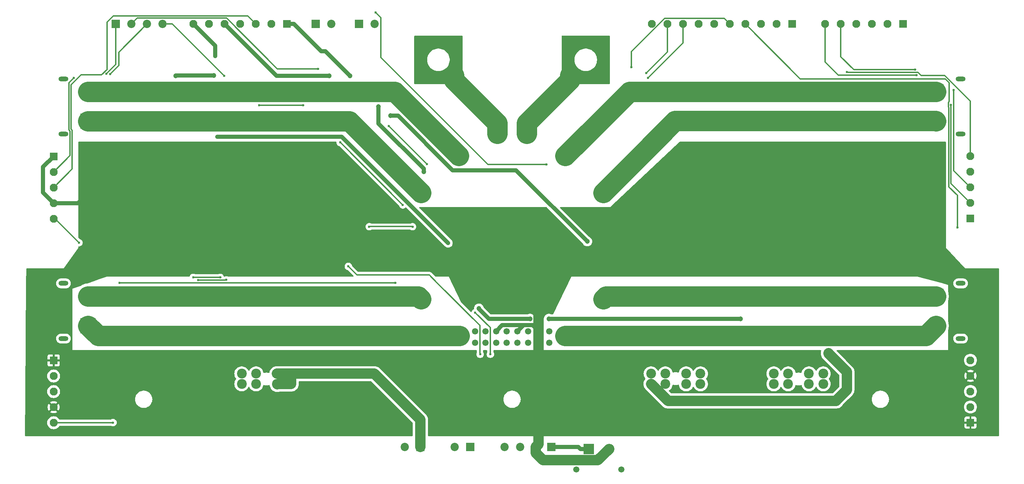
<source format=gbl>
G04 #@! TF.GenerationSoftware,KiCad,Pcbnew,8.0.4*
G04 #@! TF.CreationDate,2025-02-19T19:20:14+01:00*
G04 #@! TF.ProjectId,Quiver_PDB_01,51756976-6572-45f5-9044-425f30312e6b,rev?*
G04 #@! TF.SameCoordinates,Original*
G04 #@! TF.FileFunction,Copper,L2,Bot*
G04 #@! TF.FilePolarity,Positive*
%FSLAX46Y46*%
G04 Gerber Fmt 4.6, Leading zero omitted, Abs format (unit mm)*
G04 Created by KiCad (PCBNEW 8.0.4) date 2025-02-19 19:20:14*
%MOMM*%
%LPD*%
G01*
G04 APERTURE LIST*
G04 #@! TA.AperFunction,ComponentPad*
%ADD10C,2.400000*%
G04 #@! TD*
G04 #@! TA.AperFunction,ComponentPad*
%ADD11C,2.850000*%
G04 #@! TD*
G04 #@! TA.AperFunction,ComponentPad*
%ADD12R,2.400000X2.400000*%
G04 #@! TD*
G04 #@! TA.AperFunction,ComponentPad*
%ADD13C,1.550000*%
G04 #@! TD*
G04 #@! TA.AperFunction,ComponentPad*
%ADD14R,1.950000X1.950000*%
G04 #@! TD*
G04 #@! TA.AperFunction,ComponentPad*
%ADD15C,1.950000*%
G04 #@! TD*
G04 #@! TA.AperFunction,ComponentPad*
%ADD16R,2.025000X2.025000*%
G04 #@! TD*
G04 #@! TA.AperFunction,ComponentPad*
%ADD17C,2.025000*%
G04 #@! TD*
G04 #@! TA.AperFunction,ComponentPad*
%ADD18C,2.300000*%
G04 #@! TD*
G04 #@! TA.AperFunction,ComponentPad*
%ADD19C,2.550000*%
G04 #@! TD*
G04 #@! TA.AperFunction,ComponentPad*
%ADD20R,2.550000X2.550000*%
G04 #@! TD*
G04 #@! TA.AperFunction,ComponentPad*
%ADD21C,1.508000*%
G04 #@! TD*
G04 #@! TA.AperFunction,ComponentPad*
%ADD22R,3.716000X3.716000*%
G04 #@! TD*
G04 #@! TA.AperFunction,ComponentPad*
%ADD23C,3.716000*%
G04 #@! TD*
G04 #@! TA.AperFunction,ComponentPad*
%ADD24O,2.400000X1.200000*%
G04 #@! TD*
G04 #@! TA.AperFunction,ViaPad*
%ADD25C,0.600000*%
G04 #@! TD*
G04 #@! TA.AperFunction,ViaPad*
%ADD26C,1.200000*%
G04 #@! TD*
G04 #@! TA.AperFunction,ViaPad*
%ADD27C,2.000000*%
G04 #@! TD*
G04 #@! TA.AperFunction,Conductor*
%ADD28C,1.000000*%
G04 #@! TD*
G04 #@! TA.AperFunction,Conductor*
%ADD29C,2.500000*%
G04 #@! TD*
G04 #@! TA.AperFunction,Conductor*
%ADD30C,0.300000*%
G04 #@! TD*
G04 #@! TA.AperFunction,Conductor*
%ADD31C,5.000000*%
G04 #@! TD*
G04 APERTURE END LIST*
D10*
X183960000Y-123750000D03*
X183960000Y-126250000D03*
X187460000Y-123750000D03*
X187460000Y-126250000D03*
X192540000Y-123750000D03*
X192540000Y-126250000D03*
X196040000Y-123750000D03*
X196040000Y-126250000D03*
D11*
X137012882Y-70500000D03*
X127762882Y-79500000D03*
X127762882Y-105500000D03*
X137012882Y-114500000D03*
X172262882Y-79500000D03*
X163012882Y-70500000D03*
X163012882Y-114500000D03*
X172262882Y-105500000D03*
D12*
X153612882Y-65000000D03*
X153612882Y-62500000D03*
X146412882Y-65000000D03*
X146412882Y-62500000D03*
D13*
X140962882Y-113350000D03*
X140962882Y-116200000D03*
X143546215Y-113350000D03*
X143546215Y-116200000D03*
X146129549Y-113350000D03*
X146129549Y-116200000D03*
X148712882Y-113350000D03*
X148712882Y-116200000D03*
X151312882Y-113350000D03*
X151312882Y-116200000D03*
X153896215Y-113350000D03*
X153896215Y-116200000D03*
X156479549Y-113350000D03*
X156479549Y-116200000D03*
X159062882Y-113350000D03*
X159062882Y-116200000D03*
D10*
X226040000Y-126250000D03*
X226040000Y-123750000D03*
X222540000Y-126250000D03*
X222540000Y-123750000D03*
X217460000Y-126250000D03*
X217460000Y-123750000D03*
X213960000Y-126250000D03*
X213960000Y-123750000D03*
D14*
X262000000Y-85800000D03*
D15*
X262000000Y-81990000D03*
X262000000Y-78180000D03*
X262000000Y-74370000D03*
X262000000Y-70560000D03*
D14*
X245550000Y-38200000D03*
D15*
X241740000Y-38200000D03*
X237930000Y-38200000D03*
X234120000Y-38200000D03*
X230310000Y-38200000D03*
X226500000Y-38200000D03*
D16*
X112600000Y-38200000D03*
D17*
X116410000Y-38200000D03*
D14*
X262000000Y-135700000D03*
D15*
X262000000Y-131890000D03*
X262000000Y-128080000D03*
X262000000Y-124270000D03*
X262000000Y-120460000D03*
D18*
X128190000Y-50810000D03*
X130730000Y-50810000D03*
X133270000Y-50810000D03*
X135810000Y-50810000D03*
X135810000Y-48270000D03*
X135810000Y-45730000D03*
X135810000Y-43190000D03*
X133270000Y-43190000D03*
X130730000Y-43190000D03*
X128190000Y-43190000D03*
X128190000Y-45730000D03*
X128190000Y-48270000D03*
X164190000Y-50810000D03*
X166730000Y-50810000D03*
X169270000Y-50810000D03*
X171810000Y-50810000D03*
X171810000Y-48270000D03*
X171810000Y-45730000D03*
X171810000Y-43190000D03*
X169270000Y-43190000D03*
X166730000Y-43190000D03*
X164190000Y-43190000D03*
X164190000Y-45730000D03*
X164190000Y-48270000D03*
D16*
X53200000Y-38200000D03*
D17*
X57010000Y-38200000D03*
X60820000Y-38200000D03*
X64630000Y-38200000D03*
D19*
X173700000Y-142150000D03*
D20*
X168700000Y-142150000D03*
D21*
X165700000Y-147150000D03*
X176700000Y-147150000D03*
D10*
X96040000Y-126250000D03*
X96040000Y-123750000D03*
X92540000Y-126250000D03*
X92540000Y-123750000D03*
X87460000Y-126250000D03*
X87460000Y-123750000D03*
X83960000Y-126250000D03*
X83960000Y-123750000D03*
D16*
X139800000Y-141650000D03*
D17*
X135990000Y-141650000D03*
D14*
X38000000Y-120500000D03*
D15*
X38000000Y-124310000D03*
X38000000Y-128120000D03*
X38000000Y-131930000D03*
X38000000Y-135740000D03*
D16*
X159600000Y-141650000D03*
D17*
X155790000Y-141650000D03*
X151980000Y-141650000D03*
X148170000Y-141650000D03*
D14*
X95000000Y-38200000D03*
D15*
X91190000Y-38200000D03*
X87380000Y-38200000D03*
X83570000Y-38200000D03*
X79760000Y-38200000D03*
X75950000Y-38200000D03*
X72140000Y-38200000D03*
D16*
X102000000Y-38200000D03*
D17*
X105810000Y-38200000D03*
D14*
X218400000Y-38200000D03*
D15*
X214590000Y-38200000D03*
X210780000Y-38200000D03*
X206970000Y-38200000D03*
X203160000Y-38200000D03*
X199350000Y-38200000D03*
X195540000Y-38200000D03*
X191730000Y-38200000D03*
X187920000Y-38200000D03*
X184110000Y-38200000D03*
D16*
X127600000Y-141650000D03*
D17*
X123790000Y-141650000D03*
D14*
X38000000Y-70600000D03*
D15*
X38000000Y-74410000D03*
X38000000Y-78220000D03*
X38000000Y-82030000D03*
X38000000Y-85840000D03*
D22*
X46400000Y-62000000D03*
D23*
X46400000Y-54800000D03*
D24*
X40400000Y-65150000D03*
X40400000Y-51650000D03*
D22*
X253600000Y-54800000D03*
D23*
X253600000Y-62000000D03*
D24*
X259600000Y-51650000D03*
X259600000Y-65150000D03*
D22*
X253600000Y-104800000D03*
D23*
X253600000Y-112000000D03*
D24*
X259600000Y-101650000D03*
X259600000Y-115150000D03*
D22*
X46400000Y-112000000D03*
D23*
X46400000Y-104800000D03*
D24*
X40400000Y-115150000D03*
X40400000Y-101650000D03*
D25*
X134400000Y-91800000D03*
X77500000Y-46100000D03*
X78000000Y-65800000D03*
D26*
X77100000Y-50800000D03*
D27*
X98700000Y-78300000D03*
X254100000Y-69000000D03*
D26*
X67800000Y-50900000D03*
D27*
X57600000Y-68400000D03*
X188200000Y-78300000D03*
D25*
X110000000Y-97500000D03*
X142200000Y-119000000D03*
D26*
X154400000Y-110300000D03*
X117382400Y-58474700D03*
X141900000Y-107800000D03*
X128402504Y-74341000D03*
X159000000Y-110300000D03*
X205854900Y-110369800D03*
X110418600Y-50885700D03*
X227300000Y-118750000D03*
X120347800Y-60680100D03*
X105299900Y-50885700D03*
X168391200Y-91393300D03*
D25*
X79699100Y-50913400D03*
X108000000Y-67200000D03*
X144700000Y-119000000D03*
X123300000Y-82500000D03*
X141000000Y-108800000D03*
X88211500Y-58120600D03*
X99000000Y-58120600D03*
X183200000Y-51400000D03*
X257900400Y-54388400D03*
X248500000Y-49400000D03*
X54100000Y-101500000D03*
X121500000Y-101500000D03*
X44200000Y-91700000D03*
X42897800Y-51400100D03*
X257250400Y-58000000D03*
X248840380Y-50700000D03*
X115100000Y-87800000D03*
X52500000Y-135700000D03*
X125700000Y-87800000D03*
X231800000Y-50000000D03*
X258800000Y-88000000D03*
X102644700Y-49223200D03*
X51800000Y-50500000D03*
X72100000Y-100200000D03*
X78700000Y-100200000D03*
X73300000Y-100850000D03*
X50900000Y-50400000D03*
X80200000Y-100800000D03*
X179169600Y-48797300D03*
X119921000Y-63148000D03*
X129227900Y-72454900D03*
X182800000Y-50200000D03*
X158391400Y-72575200D03*
X116657400Y-35432200D03*
D28*
X132693300Y-90093300D02*
X134400000Y-91800000D01*
X108400000Y-65800000D02*
X78000000Y-65800000D01*
X132693300Y-90093300D02*
X108400000Y-65800000D01*
X77500000Y-46100000D02*
X77500000Y-43560000D01*
X77500000Y-43560000D02*
X72140000Y-38200000D01*
X43970000Y-82030000D02*
X57600000Y-68400000D01*
X38000000Y-70600000D02*
X35400000Y-73200000D01*
D29*
X156479549Y-140960451D02*
X155790000Y-141650000D01*
D28*
X67900000Y-50800000D02*
X67800000Y-50900000D01*
D29*
X170975000Y-144875000D02*
X157583109Y-144875000D01*
D28*
X151312882Y-113350000D02*
X152787882Y-111875000D01*
X77100000Y-50800000D02*
X67900000Y-50800000D01*
D29*
X156479549Y-113350000D02*
X156479549Y-109120451D01*
X156479549Y-116200000D02*
X156479549Y-140960451D01*
D28*
X38000000Y-82030000D02*
X43970000Y-82030000D01*
X152787882Y-111875000D02*
X155004549Y-111875000D01*
D29*
X173700000Y-142150000D02*
X170975000Y-144875000D01*
D28*
X35400000Y-73200000D02*
X35400000Y-79430000D01*
X35400000Y-79430000D02*
X38000000Y-82030000D01*
D29*
X157583109Y-144875000D02*
X155790000Y-143081891D01*
D28*
X155004549Y-111875000D02*
X156479549Y-113350000D01*
D29*
X155790000Y-143081891D02*
X155790000Y-141650000D01*
D28*
X146129549Y-113350000D02*
X147604549Y-111875000D01*
D29*
X156479549Y-113350000D02*
X156479549Y-116200000D01*
D28*
X155790000Y-141650000D02*
X156479500Y-140960500D01*
X147604549Y-111875000D02*
X155004549Y-111875000D01*
D30*
X131698448Y-101500000D02*
X131699224Y-101500776D01*
X131698447Y-101498447D02*
X129800000Y-99600000D01*
X142146100Y-112400000D02*
X142146100Y-112362800D01*
X142146100Y-111947653D02*
X131699224Y-101500776D01*
X129800000Y-99600000D02*
X112100000Y-99600000D01*
X131698447Y-101500000D02*
X131698447Y-101498447D01*
X142146100Y-112362800D02*
X142146100Y-118946100D01*
X131699224Y-101500776D02*
X131698447Y-101500000D01*
X112100000Y-99600000D02*
X110000000Y-97500000D01*
X142146100Y-118946100D02*
X142200000Y-119000000D01*
X142146100Y-111947653D02*
X142146100Y-112400000D01*
D28*
X141900000Y-107900000D02*
X141900000Y-107800000D01*
X128402504Y-73620104D02*
X117382400Y-62600000D01*
X144352534Y-110352534D02*
X141900000Y-107900000D01*
X104407100Y-44874100D02*
X104407100Y-44874200D01*
X154347466Y-110352534D02*
X154400000Y-110300000D01*
X117382400Y-58474700D02*
X117382400Y-62600000D01*
X103349200Y-44874100D02*
X104407100Y-44874100D01*
X144352534Y-110352534D02*
X154347466Y-110352534D01*
X128402504Y-74341000D02*
X128402504Y-73620104D01*
X159069800Y-110369800D02*
X172181500Y-110369800D01*
X95000000Y-38200000D02*
X96675100Y-38200000D01*
X104407100Y-44874200D02*
X110418600Y-50885700D01*
X172181500Y-110369800D02*
X205854900Y-110369800D01*
X159000000Y-110300000D02*
X159069800Y-110369800D01*
X96675100Y-38200000D02*
X103349200Y-44874100D01*
D29*
X231800000Y-124500000D02*
X231800000Y-123300000D01*
X227300000Y-118800000D02*
X227300000Y-118750000D01*
D28*
X159600000Y-141650000D02*
X166224900Y-141650000D01*
X105280700Y-50904900D02*
X105299900Y-50885700D01*
X168700000Y-142150000D02*
X166724900Y-142150000D01*
X120347800Y-60680100D02*
X122180100Y-60680100D01*
X92464900Y-50904900D02*
X105280700Y-50904900D01*
D29*
X229200000Y-130300000D02*
X231800000Y-127700000D01*
X231800000Y-123300000D02*
X227300000Y-118800000D01*
D28*
X150997900Y-74000000D02*
X168391200Y-91393300D01*
D29*
X231800000Y-127700000D02*
X231800000Y-124500000D01*
X188110000Y-130400000D02*
X229200000Y-130400000D01*
D28*
X166224900Y-141650000D02*
X166724900Y-142150000D01*
X79760000Y-38200000D02*
X92464900Y-50904900D01*
D29*
X183960000Y-126250000D02*
X188110000Y-130400000D01*
D28*
X122180100Y-60680100D02*
X135500000Y-74000000D01*
D29*
X229200000Y-130400000D02*
X229200000Y-130300000D01*
D28*
X135500000Y-74000000D02*
X150997900Y-74000000D01*
D31*
X164190000Y-50810000D02*
X164190000Y-51922900D01*
X153613000Y-62500000D02*
X153613000Y-65000000D01*
X164190000Y-51922900D02*
X153613000Y-62500000D01*
D30*
X88211500Y-58120600D02*
X99000000Y-58120600D01*
X79699100Y-50913400D02*
X66985700Y-38200000D01*
X144678300Y-118978300D02*
X144700000Y-119000000D01*
X144678300Y-112597600D02*
X144678300Y-118978300D01*
X66985700Y-38200000D02*
X64630000Y-38200000D01*
X144678300Y-112478300D02*
X141000000Y-108800000D01*
X144678300Y-112597600D02*
X144678300Y-112478300D01*
X123300000Y-82500000D02*
X108000000Y-67200000D01*
D31*
X135810000Y-50810000D02*
X135810000Y-51897100D01*
X146413000Y-62500000D02*
X146413000Y-65000000D01*
X135810000Y-51897100D02*
X146413000Y-62500000D01*
D30*
X183200000Y-51400000D02*
X191730000Y-42870000D01*
X191730000Y-42800000D02*
X191730000Y-38200000D01*
X191730000Y-42870000D02*
X191730000Y-42800000D01*
X262000000Y-78180000D02*
X257900400Y-74080400D01*
X257900400Y-74080400D02*
X257900400Y-54388400D01*
X52543800Y-36288800D02*
X85468800Y-36288800D01*
X44668700Y-50650000D02*
X44680148Y-50661448D01*
X51018400Y-37814200D02*
X52543800Y-36288800D01*
X248500000Y-49400000D02*
X233500000Y-49400000D01*
X38000000Y-78220000D02*
X42509100Y-73710900D01*
X85468800Y-36288800D02*
X87380000Y-38200000D01*
X44680148Y-50661448D02*
X49719313Y-50661448D01*
X49719313Y-50661448D02*
X51018400Y-49362361D01*
X42509100Y-73710900D02*
X42509100Y-64215600D01*
X42509100Y-64215600D02*
X42221000Y-63927500D01*
X42221000Y-63927500D02*
X42221000Y-53097700D01*
X42221000Y-53097700D02*
X44668700Y-50650000D01*
X233500000Y-49400000D02*
X230310000Y-46210000D01*
X51018400Y-49362361D02*
X51018400Y-37814200D01*
X230310000Y-46210000D02*
X230310000Y-38200000D01*
X44200000Y-91700000D02*
X38340000Y-85840000D01*
X38340000Y-85840000D02*
X38000000Y-85840000D01*
X121500000Y-101500000D02*
X54100000Y-101500000D01*
X229700000Y-50700000D02*
X226500000Y-47500000D01*
X41714100Y-52583800D02*
X41714100Y-64128000D01*
X41714100Y-64128000D02*
X41994400Y-64408300D01*
X248840380Y-50700000D02*
X229700000Y-50700000D01*
X257250300Y-77240300D02*
X257250300Y-58000100D01*
X257250300Y-58000100D02*
X257250400Y-58000000D01*
X262000000Y-81990000D02*
X257250300Y-77240300D01*
X226500000Y-47500000D02*
X226500000Y-38200000D01*
X41994400Y-64408300D02*
X41994400Y-70415600D01*
X42897800Y-51400100D02*
X41714100Y-52583800D01*
X41994400Y-70415600D02*
X38000000Y-74410000D01*
X125667500Y-87767500D02*
X125700000Y-87800000D01*
X52500000Y-135700000D02*
X52460000Y-135740000D01*
X52460000Y-135740000D02*
X38000000Y-135740000D01*
X115100000Y-87800000D02*
X115132500Y-87767500D01*
X115132500Y-87767500D02*
X125667500Y-87767500D01*
X249150000Y-50050000D02*
X231850000Y-50050000D01*
X255700000Y-50800000D02*
X249900000Y-50800000D01*
X255987900Y-51087900D02*
X255700000Y-50800000D01*
X262000000Y-57112100D02*
X261999906Y-57112100D01*
X231850000Y-50050000D02*
X231800000Y-50000000D01*
X262000000Y-70560000D02*
X262000000Y-57112100D01*
X255987900Y-51100000D02*
X255987900Y-51087900D01*
X249900000Y-50800000D02*
X249150000Y-50050000D01*
X261999906Y-57112100D02*
X261999906Y-57112099D01*
X262000000Y-57112100D02*
X255987900Y-51100000D01*
X258800000Y-88000000D02*
X258800000Y-80100000D01*
X255830594Y-51649800D02*
X220419800Y-51649800D01*
X256800000Y-57200000D02*
X256800000Y-52619206D01*
X256750300Y-78050100D02*
X256750300Y-58650000D01*
X206970000Y-38200000D02*
X220419800Y-51649800D01*
X256600400Y-58500100D02*
X256600400Y-57399600D01*
X256750200Y-78050200D02*
X256750300Y-78050100D01*
X256750300Y-58650000D02*
X256600400Y-58500100D01*
X258800000Y-80100000D02*
X256750200Y-78050200D01*
X256800000Y-52619206D02*
X255830594Y-51649800D01*
X256600400Y-57399600D02*
X256800000Y-57200000D01*
X92657500Y-49223200D02*
X102644700Y-49223200D01*
X58421000Y-36789000D02*
X80223300Y-36789000D01*
X57010000Y-38200000D02*
X58421000Y-36789000D01*
X80223300Y-36789000D02*
X92657500Y-49223200D01*
X53900000Y-45120000D02*
X53900000Y-48400000D01*
X53900000Y-48400000D02*
X51800000Y-50500000D01*
X72100000Y-100200000D02*
X78700000Y-100200000D01*
X60820000Y-38200000D02*
X53900000Y-45120000D01*
X50900000Y-50400000D02*
X53200000Y-48100000D01*
X53200000Y-48100000D02*
X53200000Y-38200000D01*
X80150000Y-100850000D02*
X80200000Y-100800000D01*
X73300000Y-100850000D02*
X80150000Y-100850000D01*
X203160000Y-38200000D02*
X201833800Y-36873800D01*
X187310300Y-36873800D02*
X179169600Y-45014500D01*
X179169600Y-45014500D02*
X179169600Y-48797300D01*
X201833800Y-36873800D02*
X187310300Y-36873800D01*
X119921000Y-63148000D02*
X129227900Y-72454900D01*
D29*
X96040000Y-123750000D02*
X116350000Y-123750000D01*
X127600000Y-135000000D02*
X127600000Y-141650000D01*
X92790200Y-126250000D02*
X92665100Y-126375000D01*
X96040000Y-123750000D02*
X92540000Y-123750000D01*
X116350000Y-123750000D02*
X127600000Y-135000000D01*
X96040000Y-123750000D02*
X96040000Y-126250000D01*
X96040000Y-126250000D02*
X92790200Y-126250000D01*
D30*
X187920000Y-45080000D02*
X187920000Y-38200000D01*
X182800000Y-50200000D02*
X187920000Y-45080000D01*
D31*
X127762900Y-79499900D02*
X127763000Y-79500000D01*
X110263000Y-62000000D02*
X127762900Y-79499900D01*
X46400000Y-62000000D02*
X110263000Y-62000000D01*
X127762900Y-79499900D02*
X127762900Y-79500000D01*
X181063000Y-70700000D02*
X181062900Y-70700000D01*
X189863000Y-61900000D02*
X181063000Y-70700000D01*
X181063000Y-70700000D02*
X172263000Y-79500000D01*
X181062900Y-70700000D02*
X172262900Y-79500000D01*
X253500000Y-61900000D02*
X189863000Y-61900000D01*
X253600000Y-62000000D02*
X253500000Y-61900000D01*
X137012900Y-70499900D02*
X137013000Y-70500000D01*
X121313000Y-54800000D02*
X137012900Y-70499900D01*
X137012900Y-70499900D02*
X137012900Y-70500000D01*
X46400000Y-54800000D02*
X121313000Y-54800000D01*
X170863000Y-62650000D02*
X163013000Y-70500000D01*
X170863000Y-62650000D02*
X170862900Y-62650000D01*
X253600000Y-54800000D02*
X178713000Y-54800000D01*
X178713000Y-54800000D02*
X170863000Y-62650000D01*
X170862900Y-62650000D02*
X163012900Y-70500000D01*
X49100000Y-114500000D02*
X137012900Y-114500000D01*
X46400000Y-112000000D02*
X48900000Y-114500000D01*
X137012900Y-114500000D02*
X137013000Y-114500000D01*
X48900000Y-114500000D02*
X49100000Y-114500000D01*
X137187000Y-114500000D02*
X137013000Y-114500000D01*
X137013000Y-114500000D02*
X137012900Y-114500000D01*
X137012900Y-114500000D02*
X49100000Y-114500000D01*
X172963000Y-104800000D02*
X172613000Y-105150000D01*
X253600000Y-104800000D02*
X172963000Y-104800000D01*
X172612900Y-105150000D02*
X172262900Y-105500000D01*
X172613000Y-105150000D02*
X172612900Y-105150000D01*
X172613000Y-105150000D02*
X172263000Y-105500000D01*
X127063000Y-104800000D02*
X127762900Y-105499900D01*
X127762900Y-105499900D02*
X127763000Y-105500000D01*
X46400000Y-104800000D02*
X127063000Y-104800000D01*
X127762900Y-105499900D02*
X127762900Y-105500000D01*
X163013000Y-114500000D02*
X251100000Y-114500000D01*
X163013000Y-114500000D02*
X163012900Y-114500000D01*
X251100000Y-114500000D02*
X253600000Y-112000000D01*
D30*
X144061800Y-72575200D02*
X158391400Y-72575200D01*
X116657400Y-35432200D02*
X117921300Y-36696100D01*
X117921300Y-46434700D02*
X144061800Y-72575200D01*
X117921300Y-36696100D02*
X117921300Y-46434700D01*
G04 #@! TA.AperFunction,Conductor*
G36*
X107044884Y-67019685D02*
G01*
X107090639Y-67072489D01*
X107101165Y-67136959D01*
X107094540Y-67200000D01*
X107114326Y-67388256D01*
X107114327Y-67388259D01*
X107172818Y-67568277D01*
X107172821Y-67568284D01*
X107267467Y-67732216D01*
X107390630Y-67869002D01*
X107394129Y-67872888D01*
X107547265Y-67984148D01*
X107547270Y-67984151D01*
X107720191Y-68061142D01*
X107720193Y-68061142D01*
X107720197Y-68061144D01*
X107785329Y-68074987D01*
X107846809Y-68108178D01*
X107847228Y-68108596D01*
X122387228Y-82648595D01*
X122417478Y-82697958D01*
X122472818Y-82868277D01*
X122472821Y-82868284D01*
X122567467Y-83032216D01*
X122673843Y-83150358D01*
X122694129Y-83172888D01*
X122847265Y-83284148D01*
X122847270Y-83284151D01*
X123020192Y-83361142D01*
X123020197Y-83361144D01*
X123205354Y-83400500D01*
X123205355Y-83400500D01*
X123394644Y-83400500D01*
X123394646Y-83400500D01*
X123579803Y-83361144D01*
X123752730Y-83284151D01*
X123905871Y-83172888D01*
X123965634Y-83106514D01*
X124025119Y-83069866D01*
X124094976Y-83071196D01*
X124145464Y-83101806D01*
X131853886Y-90810228D01*
X133683072Y-92639414D01*
X133823212Y-92741232D01*
X133896131Y-92778386D01*
X133977549Y-92819871D01*
X133977551Y-92819871D01*
X133977554Y-92819873D01*
X134142299Y-92873402D01*
X134313389Y-92900500D01*
X134313390Y-92900500D01*
X134486615Y-92900500D01*
X134581660Y-92885445D01*
X134657701Y-92873402D01*
X134822445Y-92819873D01*
X134976788Y-92741232D01*
X135116928Y-92639414D01*
X135239414Y-92516928D01*
X135341232Y-92376788D01*
X135419873Y-92222445D01*
X135473402Y-92057701D01*
X135485445Y-91981660D01*
X135500500Y-91886615D01*
X135500500Y-91713389D01*
X135498379Y-91700000D01*
X135473402Y-91542299D01*
X135419873Y-91377554D01*
X135419871Y-91377551D01*
X135419871Y-91377549D01*
X135341231Y-91223211D01*
X135239414Y-91083072D01*
X133410228Y-89253886D01*
X127368023Y-83211681D01*
X127334538Y-83150358D01*
X127339522Y-83080666D01*
X127381394Y-83024733D01*
X127446858Y-83000316D01*
X127455704Y-83000000D01*
X158390196Y-83000000D01*
X158457235Y-83019685D01*
X158477877Y-83036319D01*
X167249279Y-91807721D01*
X167272598Y-91840130D01*
X167366138Y-92027983D01*
X167366143Y-92027991D01*
X167500220Y-92205538D01*
X167664637Y-92355423D01*
X167664639Y-92355425D01*
X167853795Y-92472545D01*
X167853796Y-92472545D01*
X167853799Y-92472547D01*
X168061260Y-92552918D01*
X168279957Y-92593800D01*
X168279959Y-92593800D01*
X168502441Y-92593800D01*
X168502443Y-92593800D01*
X168721140Y-92552918D01*
X168928601Y-92472547D01*
X169117762Y-92355424D01*
X169282181Y-92205536D01*
X169416258Y-92027989D01*
X169515429Y-91828828D01*
X169576315Y-91614836D01*
X169596843Y-91393300D01*
X169595383Y-91377549D01*
X169576315Y-91171764D01*
X169576314Y-91171762D01*
X169575182Y-91167785D01*
X169515429Y-90957772D01*
X169494554Y-90915849D01*
X169416261Y-90758616D01*
X169416256Y-90758608D01*
X169282179Y-90581061D01*
X169117762Y-90431176D01*
X169117760Y-90431174D01*
X168928604Y-90314055D01*
X168928604Y-90314054D01*
X168854545Y-90285363D01*
X168811660Y-90257418D01*
X161765923Y-83211681D01*
X161732438Y-83150358D01*
X161737422Y-83080666D01*
X161779294Y-83024733D01*
X161844758Y-83000316D01*
X161853604Y-83000000D01*
X173999999Y-83000000D01*
X174000000Y-83000000D01*
X189822561Y-68108178D01*
X190964191Y-67033703D01*
X191026500Y-67002091D01*
X191049176Y-67000000D01*
X255875800Y-67000000D01*
X255942839Y-67019685D01*
X255988594Y-67072489D01*
X255999800Y-67124000D01*
X255999800Y-77969178D01*
X255999700Y-77971215D01*
X255999700Y-78127148D01*
X256000000Y-78133256D01*
X256000000Y-93000000D01*
X249000000Y-100000000D01*
X169600000Y-100000000D01*
X164500000Y-100000000D01*
X164499999Y-100000000D01*
X159990255Y-109199879D01*
X159943072Y-109251411D01*
X159878913Y-109269300D01*
X159651088Y-109269300D01*
X159585811Y-109250727D01*
X159537401Y-109220753D01*
X159329940Y-109140382D01*
X159111243Y-109099500D01*
X158888757Y-109099500D01*
X158670060Y-109140382D01*
X158538864Y-109191207D01*
X158462601Y-109220752D01*
X158462595Y-109220754D01*
X158273439Y-109337874D01*
X158273437Y-109337876D01*
X158109020Y-109487761D01*
X157974943Y-109665308D01*
X157974938Y-109665316D01*
X157875775Y-109864461D01*
X157875769Y-109864476D01*
X157814885Y-110078462D01*
X157814884Y-110078464D01*
X157814053Y-110087442D01*
X157788266Y-110152379D01*
X157731465Y-110193066D01*
X157690582Y-110200000D01*
X155709418Y-110200000D01*
X155642379Y-110180315D01*
X155596624Y-110127511D01*
X155585947Y-110087442D01*
X155585115Y-110078464D01*
X155585114Y-110078462D01*
X155524230Y-109864476D01*
X155524229Y-109864472D01*
X155497788Y-109811371D01*
X155425061Y-109665316D01*
X155425056Y-109665308D01*
X155290979Y-109487761D01*
X155126562Y-109337876D01*
X155126560Y-109337874D01*
X154937404Y-109220754D01*
X154937398Y-109220752D01*
X154924396Y-109215715D01*
X154729940Y-109140382D01*
X154511243Y-109099500D01*
X154288757Y-109099500D01*
X154070060Y-109140382D01*
X153938864Y-109191207D01*
X153862601Y-109220752D01*
X153862600Y-109220752D01*
X153862599Y-109220753D01*
X153842073Y-109233461D01*
X153776798Y-109252034D01*
X144859738Y-109252034D01*
X144792699Y-109232349D01*
X144772057Y-109215715D01*
X143088126Y-107531784D01*
X143056541Y-107478037D01*
X143024229Y-107364472D01*
X143024224Y-107364461D01*
X142925061Y-107165316D01*
X142925056Y-107165308D01*
X142790979Y-106987761D01*
X142626562Y-106837876D01*
X142626560Y-106837874D01*
X142437404Y-106720754D01*
X142437398Y-106720752D01*
X142229940Y-106640382D01*
X142011243Y-106599500D01*
X141788757Y-106599500D01*
X141570060Y-106640382D01*
X141446163Y-106688380D01*
X141362601Y-106720752D01*
X141362595Y-106720754D01*
X141173439Y-106837874D01*
X141173437Y-106837876D01*
X141009020Y-106987761D01*
X140874943Y-107165308D01*
X140874938Y-107165316D01*
X140775775Y-107364461D01*
X140775769Y-107364476D01*
X140714885Y-107578462D01*
X140714884Y-107578464D01*
X140694357Y-107799999D01*
X140694357Y-107800001D01*
X140699532Y-107855854D01*
X140686117Y-107924423D01*
X140637759Y-107974855D01*
X140626498Y-107980573D01*
X140547267Y-108015849D01*
X140394129Y-108127111D01*
X140267466Y-108267785D01*
X140172821Y-108431715D01*
X140172819Y-108431719D01*
X140117319Y-108602530D01*
X140077881Y-108660205D01*
X140013522Y-108687403D01*
X139944676Y-108675488D01*
X139911707Y-108651892D01*
X137630145Y-106370329D01*
X137606484Y-106337227D01*
X134500000Y-100000000D01*
X131312729Y-100000000D01*
X131245690Y-99980315D01*
X131225050Y-99963683D01*
X130560868Y-99299500D01*
X130278421Y-99017052D01*
X130278414Y-99017046D01*
X130204729Y-98967812D01*
X130204729Y-98967813D01*
X130155491Y-98934913D01*
X130018917Y-98878343D01*
X130018907Y-98878340D01*
X129873920Y-98849500D01*
X129873918Y-98849500D01*
X112462229Y-98849500D01*
X112395190Y-98829815D01*
X112374548Y-98813181D01*
X110912770Y-97351402D01*
X110882521Y-97302041D01*
X110827179Y-97131716D01*
X110732533Y-96967784D01*
X110605871Y-96827112D01*
X110605870Y-96827111D01*
X110452734Y-96715851D01*
X110452729Y-96715848D01*
X110279807Y-96638857D01*
X110279802Y-96638855D01*
X110134001Y-96607865D01*
X110094646Y-96599500D01*
X109905354Y-96599500D01*
X109872897Y-96606398D01*
X109720197Y-96638855D01*
X109720192Y-96638857D01*
X109547270Y-96715848D01*
X109547265Y-96715851D01*
X109394129Y-96827111D01*
X109267466Y-96967785D01*
X109172821Y-97131715D01*
X109172818Y-97131722D01*
X109117479Y-97302039D01*
X109114326Y-97311744D01*
X109094540Y-97500000D01*
X109114326Y-97688256D01*
X109114327Y-97688259D01*
X109172818Y-97868277D01*
X109172821Y-97868284D01*
X109267467Y-98032216D01*
X109394129Y-98172888D01*
X109547265Y-98284148D01*
X109547270Y-98284151D01*
X109720191Y-98361142D01*
X109720193Y-98361142D01*
X109720197Y-98361144D01*
X109785329Y-98374987D01*
X109846809Y-98408178D01*
X109847228Y-98408596D01*
X111226952Y-99788319D01*
X111260437Y-99849642D01*
X111255453Y-99919334D01*
X111213581Y-99975267D01*
X111148117Y-99999684D01*
X111139271Y-100000000D01*
X80643490Y-100000000D01*
X80593054Y-99989279D01*
X80479807Y-99938857D01*
X80479802Y-99938855D01*
X80334001Y-99907865D01*
X80294646Y-99899500D01*
X80105354Y-99899500D01*
X80072897Y-99906398D01*
X79920197Y-99938855D01*
X79920192Y-99938857D01*
X79806946Y-99989279D01*
X79756510Y-100000000D01*
X79671949Y-100000000D01*
X79604910Y-99980315D01*
X79559155Y-99927511D01*
X79554018Y-99914318D01*
X79527181Y-99831721D01*
X79527178Y-99831715D01*
X79432533Y-99667784D01*
X79305871Y-99527112D01*
X79305870Y-99527111D01*
X79152734Y-99415851D01*
X79152729Y-99415848D01*
X78979807Y-99338857D01*
X78979802Y-99338855D01*
X78834001Y-99307865D01*
X78794646Y-99299500D01*
X78605354Y-99299500D01*
X78572897Y-99306398D01*
X78420197Y-99338855D01*
X78420192Y-99338857D01*
X78247270Y-99415848D01*
X78247265Y-99415851D01*
X78233548Y-99425818D01*
X78167742Y-99449298D01*
X78160663Y-99449500D01*
X72639337Y-99449500D01*
X72572298Y-99429815D01*
X72566452Y-99425818D01*
X72552734Y-99415851D01*
X72552729Y-99415848D01*
X72379807Y-99338857D01*
X72379802Y-99338855D01*
X72234001Y-99307865D01*
X72194646Y-99299500D01*
X72005354Y-99299500D01*
X71972897Y-99306398D01*
X71820197Y-99338855D01*
X71820192Y-99338857D01*
X71647270Y-99415848D01*
X71647265Y-99415851D01*
X71494129Y-99527111D01*
X71367466Y-99667785D01*
X71272821Y-99831715D01*
X71272818Y-99831721D01*
X71245982Y-99914318D01*
X71206545Y-99971993D01*
X71142186Y-99999192D01*
X71128051Y-100000000D01*
X51000001Y-100000000D01*
X51000000Y-100000000D01*
X44000000Y-93000000D01*
X44000000Y-92724500D01*
X44019685Y-92657461D01*
X44072489Y-92611706D01*
X44124000Y-92600500D01*
X44294644Y-92600500D01*
X44294646Y-92600500D01*
X44479803Y-92561144D01*
X44652730Y-92484151D01*
X44805871Y-92372888D01*
X44932533Y-92232216D01*
X45027179Y-92068284D01*
X45085674Y-91888256D01*
X45105460Y-91700000D01*
X45085674Y-91511744D01*
X45027179Y-91331716D01*
X44932533Y-91167784D01*
X44805871Y-91027112D01*
X44805870Y-91027111D01*
X44652734Y-90915851D01*
X44652729Y-90915848D01*
X44479807Y-90838857D01*
X44479802Y-90838855D01*
X44414669Y-90825011D01*
X44353187Y-90791818D01*
X44352769Y-90791402D01*
X44036319Y-90474951D01*
X44002834Y-90413628D01*
X44000000Y-90387270D01*
X44000000Y-87800000D01*
X114194540Y-87800000D01*
X114214326Y-87988256D01*
X114214327Y-87988259D01*
X114272818Y-88168277D01*
X114272821Y-88168284D01*
X114367467Y-88332216D01*
X114494129Y-88472888D01*
X114647265Y-88584148D01*
X114647270Y-88584151D01*
X114820192Y-88661142D01*
X114820197Y-88661144D01*
X115005354Y-88700500D01*
X115005355Y-88700500D01*
X115194644Y-88700500D01*
X115194646Y-88700500D01*
X115379803Y-88661144D01*
X115552730Y-88584151D01*
X115611184Y-88541681D01*
X115676990Y-88518202D01*
X115684069Y-88518000D01*
X125115931Y-88518000D01*
X125182970Y-88537685D01*
X125188807Y-88541675D01*
X125247266Y-88584148D01*
X125247270Y-88584151D01*
X125420192Y-88661142D01*
X125420197Y-88661144D01*
X125605354Y-88700500D01*
X125605355Y-88700500D01*
X125794644Y-88700500D01*
X125794646Y-88700500D01*
X125979803Y-88661144D01*
X126152730Y-88584151D01*
X126305871Y-88472888D01*
X126432533Y-88332216D01*
X126527179Y-88168284D01*
X126585674Y-87988256D01*
X126605460Y-87800000D01*
X126585674Y-87611744D01*
X126527179Y-87431716D01*
X126432533Y-87267784D01*
X126305871Y-87127112D01*
X126305870Y-87127111D01*
X126152734Y-87015851D01*
X126152729Y-87015848D01*
X125979807Y-86938857D01*
X125979802Y-86938855D01*
X125834001Y-86907865D01*
X125794646Y-86899500D01*
X125605354Y-86899500D01*
X125572897Y-86906398D01*
X125420197Y-86938855D01*
X125420192Y-86938857D01*
X125268764Y-87006279D01*
X125218328Y-87017000D01*
X115581672Y-87017000D01*
X115531236Y-87006279D01*
X115379807Y-86938857D01*
X115379802Y-86938855D01*
X115234001Y-86907865D01*
X115194646Y-86899500D01*
X115005354Y-86899500D01*
X114972897Y-86906398D01*
X114820197Y-86938855D01*
X114820192Y-86938857D01*
X114647270Y-87015848D01*
X114647265Y-87015851D01*
X114494129Y-87127111D01*
X114367466Y-87267785D01*
X114272821Y-87431715D01*
X114272818Y-87431722D01*
X114214327Y-87611740D01*
X114214326Y-87611744D01*
X114194540Y-87800000D01*
X44000000Y-87800000D01*
X44000000Y-67124000D01*
X44019685Y-67056961D01*
X44072489Y-67011206D01*
X44124000Y-67000000D01*
X106977845Y-67000000D01*
X107044884Y-67019685D01*
G37*
G04 #@! TD.AperFunction*
G04 #@! TA.AperFunction,Conductor*
G36*
X260700000Y-98000000D02*
G01*
X268876000Y-98000000D01*
X268943039Y-98019685D01*
X268988794Y-98072489D01*
X269000000Y-98124000D01*
X269000000Y-138876000D01*
X268980315Y-138943039D01*
X268927511Y-138988794D01*
X268876000Y-139000000D01*
X129574500Y-139000000D01*
X129507461Y-138980315D01*
X129461706Y-138927511D01*
X129450500Y-138876000D01*
X129450500Y-135125703D01*
X129450501Y-135125674D01*
X129450501Y-134878718D01*
X129450500Y-134878704D01*
X129441597Y-134811081D01*
X129423965Y-134677155D01*
X260525000Y-134677155D01*
X260525000Y-135450000D01*
X261399999Y-135450000D01*
X261374979Y-135510402D01*
X261350000Y-135635981D01*
X261350000Y-135764019D01*
X261374979Y-135889598D01*
X261399999Y-135950000D01*
X260525000Y-135950000D01*
X260525000Y-136722844D01*
X260531401Y-136782372D01*
X260531403Y-136782379D01*
X260581645Y-136917086D01*
X260581649Y-136917093D01*
X260667809Y-137032187D01*
X260667812Y-137032190D01*
X260782906Y-137118350D01*
X260782913Y-137118354D01*
X260917620Y-137168596D01*
X260917627Y-137168598D01*
X260977155Y-137174999D01*
X260977172Y-137175000D01*
X261750000Y-137175000D01*
X261750000Y-136300001D01*
X261810402Y-136325021D01*
X261935981Y-136350000D01*
X262064019Y-136350000D01*
X262189598Y-136325021D01*
X262250000Y-136300001D01*
X262250000Y-137175000D01*
X263022828Y-137175000D01*
X263022844Y-137174999D01*
X263082372Y-137168598D01*
X263082379Y-137168596D01*
X263217086Y-137118354D01*
X263217093Y-137118350D01*
X263332187Y-137032190D01*
X263332190Y-137032187D01*
X263418350Y-136917093D01*
X263418354Y-136917086D01*
X263468596Y-136782379D01*
X263468598Y-136782372D01*
X263474999Y-136722844D01*
X263475000Y-136722827D01*
X263475000Y-135950000D01*
X262600001Y-135950000D01*
X262625021Y-135889598D01*
X262650000Y-135764019D01*
X262650000Y-135635981D01*
X262625021Y-135510402D01*
X262600001Y-135450000D01*
X263475000Y-135450000D01*
X263475000Y-134677172D01*
X263474999Y-134677155D01*
X263468598Y-134617627D01*
X263468596Y-134617620D01*
X263418354Y-134482913D01*
X263418350Y-134482906D01*
X263332190Y-134367812D01*
X263332187Y-134367809D01*
X263217093Y-134281649D01*
X263217086Y-134281645D01*
X263082379Y-134231403D01*
X263082372Y-134231401D01*
X263022844Y-134225000D01*
X262250000Y-134225000D01*
X262250000Y-135099998D01*
X262189598Y-135074979D01*
X262064019Y-135050000D01*
X261935981Y-135050000D01*
X261810402Y-135074979D01*
X261750000Y-135099998D01*
X261750000Y-134225000D01*
X260977155Y-134225000D01*
X260917627Y-134231401D01*
X260917620Y-134231403D01*
X260782913Y-134281645D01*
X260782906Y-134281649D01*
X260667812Y-134367809D01*
X260667809Y-134367812D01*
X260581649Y-134482906D01*
X260581645Y-134482913D01*
X260531403Y-134617620D01*
X260531401Y-134617627D01*
X260525000Y-134677155D01*
X129423965Y-134677155D01*
X129418838Y-134638211D01*
X129356055Y-134403901D01*
X129266332Y-134187293D01*
X129264585Y-134182144D01*
X129214710Y-134095759D01*
X129141936Y-133969711D01*
X128994265Y-133777262D01*
X128994260Y-133777256D01*
X128820331Y-133603327D01*
X128820292Y-133603290D01*
X125217003Y-130000000D01*
X147894592Y-130000000D01*
X147914201Y-130286680D01*
X147914201Y-130286684D01*
X147914202Y-130286686D01*
X147923013Y-130329085D01*
X147972666Y-130568034D01*
X147972667Y-130568037D01*
X148068894Y-130838793D01*
X148068893Y-130838793D01*
X148201098Y-131093935D01*
X148366812Y-131328700D01*
X148434931Y-131401637D01*
X148562947Y-131538708D01*
X148785853Y-131720055D01*
X148907877Y-131794260D01*
X149031382Y-131869365D01*
X149198460Y-131941936D01*
X149294942Y-131983844D01*
X149571642Y-132061371D01*
X149821920Y-132095771D01*
X149856321Y-132100500D01*
X149856322Y-132100500D01*
X150143679Y-132100500D01*
X150174370Y-132096281D01*
X150428358Y-132061371D01*
X150705058Y-131983844D01*
X150829022Y-131929999D01*
X150968617Y-131869365D01*
X150968620Y-131869363D01*
X150968625Y-131869361D01*
X151214147Y-131720055D01*
X151437053Y-131538708D01*
X151633189Y-131328698D01*
X151798901Y-131093936D01*
X151931104Y-130838797D01*
X152027334Y-130568032D01*
X152085798Y-130286686D01*
X152105408Y-130000000D01*
X152085798Y-129713314D01*
X152027334Y-129431968D01*
X152001240Y-129358548D01*
X151931105Y-129161206D01*
X151931106Y-129161206D01*
X151798901Y-128906064D01*
X151633187Y-128671299D01*
X151554554Y-128587105D01*
X151437053Y-128461292D01*
X151214147Y-128279945D01*
X151214146Y-128279944D01*
X150968617Y-128130634D01*
X150705063Y-128016158D01*
X150705061Y-128016157D01*
X150705058Y-128016156D01*
X150575578Y-127979877D01*
X150428364Y-127938630D01*
X150428359Y-127938629D01*
X150428358Y-127938629D01*
X150267535Y-127916524D01*
X150143679Y-127899500D01*
X150143678Y-127899500D01*
X149856322Y-127899500D01*
X149856321Y-127899500D01*
X149571642Y-127938629D01*
X149571635Y-127938630D01*
X149363861Y-127996845D01*
X149294942Y-128016156D01*
X149294939Y-128016156D01*
X149294936Y-128016158D01*
X149294935Y-128016158D01*
X149031382Y-128130634D01*
X148785853Y-128279944D01*
X148562950Y-128461289D01*
X148366812Y-128671299D01*
X148201098Y-128906064D01*
X148068894Y-129161206D01*
X147972667Y-129431962D01*
X147972666Y-129431965D01*
X147914201Y-129713319D01*
X147894592Y-130000000D01*
X125217003Y-130000000D01*
X117572743Y-122355739D01*
X117572736Y-122355733D01*
X117380293Y-122208067D01*
X117380292Y-122208066D01*
X117380289Y-122208064D01*
X117170212Y-122086776D01*
X117127932Y-122069263D01*
X116946104Y-121993947D01*
X116711785Y-121931161D01*
X116471295Y-121899499D01*
X116471288Y-121899499D01*
X116228712Y-121899499D01*
X116224872Y-121899499D01*
X116224840Y-121899500D01*
X92418711Y-121899500D01*
X92178214Y-121931161D01*
X91943895Y-121993947D01*
X91719794Y-122086773D01*
X91719785Y-122086777D01*
X91509706Y-122208067D01*
X91317263Y-122355733D01*
X91317256Y-122355739D01*
X91145739Y-122527256D01*
X91145733Y-122527263D01*
X90998067Y-122719706D01*
X90998064Y-122719710D01*
X90998064Y-122719711D01*
X90981817Y-122747851D01*
X90876777Y-122929785D01*
X90876773Y-122929794D01*
X90783947Y-123153895D01*
X90766821Y-123217811D01*
X90721162Y-123388211D01*
X90721162Y-123388213D01*
X90711012Y-123465303D01*
X90682745Y-123529199D01*
X90624420Y-123567669D01*
X90554555Y-123568500D01*
X90549755Y-123567047D01*
X90368928Y-123508293D01*
X90124000Y-123469500D01*
X90123995Y-123469500D01*
X89876005Y-123469500D01*
X89876000Y-123469500D01*
X89631072Y-123508293D01*
X89631067Y-123508294D01*
X89406455Y-123581274D01*
X89336614Y-123583269D01*
X89276782Y-123547188D01*
X89245954Y-123484487D01*
X89245522Y-123481819D01*
X89245382Y-123480892D01*
X89185335Y-123217811D01*
X89185334Y-123217805D01*
X89086743Y-122966602D01*
X88951815Y-122732898D01*
X88783561Y-122521915D01*
X88783560Y-122521914D01*
X88783557Y-122521910D01*
X88585741Y-122338365D01*
X88485044Y-122269711D01*
X88362775Y-122186349D01*
X88362769Y-122186346D01*
X88362768Y-122186345D01*
X88362767Y-122186344D01*
X88119643Y-122069263D01*
X88119645Y-122069263D01*
X87861773Y-121989720D01*
X87861767Y-121989718D01*
X87594936Y-121949500D01*
X87594929Y-121949500D01*
X87325071Y-121949500D01*
X87325063Y-121949500D01*
X87058232Y-121989718D01*
X87058226Y-121989720D01*
X86800358Y-122069262D01*
X86557230Y-122186346D01*
X86334258Y-122338365D01*
X86136442Y-122521910D01*
X85968185Y-122732898D01*
X85833258Y-122966599D01*
X85825428Y-122986550D01*
X85782611Y-123041763D01*
X85716741Y-123065063D01*
X85648731Y-123049052D01*
X85600173Y-122998813D01*
X85594572Y-122986550D01*
X85586743Y-122966603D01*
X85586743Y-122966602D01*
X85451815Y-122732898D01*
X85283561Y-122521915D01*
X85283560Y-122521914D01*
X85283557Y-122521910D01*
X85085741Y-122338365D01*
X84985044Y-122269711D01*
X84862775Y-122186349D01*
X84862769Y-122186346D01*
X84862768Y-122186345D01*
X84862767Y-122186344D01*
X84619643Y-122069263D01*
X84619645Y-122069263D01*
X84361773Y-121989720D01*
X84361767Y-121989718D01*
X84094936Y-121949500D01*
X84094929Y-121949500D01*
X83825071Y-121949500D01*
X83825063Y-121949500D01*
X83558232Y-121989718D01*
X83558226Y-121989720D01*
X83300358Y-122069262D01*
X83057230Y-122186346D01*
X82834258Y-122338365D01*
X82636442Y-122521910D01*
X82468185Y-122732898D01*
X82333258Y-122966599D01*
X82333256Y-122966603D01*
X82234666Y-123217804D01*
X82234664Y-123217811D01*
X82174616Y-123480898D01*
X82154451Y-123749995D01*
X82154451Y-123750004D01*
X82174616Y-124019101D01*
X82234664Y-124282188D01*
X82234666Y-124282195D01*
X82333254Y-124533392D01*
X82333257Y-124533398D01*
X82468185Y-124767102D01*
X82531122Y-124846022D01*
X82592260Y-124922687D01*
X82618669Y-124987374D01*
X82605912Y-125056069D01*
X82592260Y-125077313D01*
X82468185Y-125232898D01*
X82333258Y-125466599D01*
X82333256Y-125466603D01*
X82234666Y-125717804D01*
X82234664Y-125717811D01*
X82174616Y-125980898D01*
X82154451Y-126249995D01*
X82154451Y-126250004D01*
X82174616Y-126519101D01*
X82234664Y-126782188D01*
X82234666Y-126782195D01*
X82333254Y-127033392D01*
X82333257Y-127033398D01*
X82468185Y-127267102D01*
X82577892Y-127404670D01*
X82636442Y-127478089D01*
X82801929Y-127631637D01*
X82834259Y-127661635D01*
X83057226Y-127813651D01*
X83300359Y-127930738D01*
X83558228Y-128010280D01*
X83558229Y-128010280D01*
X83558232Y-128010281D01*
X83825063Y-128050499D01*
X83825068Y-128050499D01*
X83825071Y-128050500D01*
X83825072Y-128050500D01*
X84094928Y-128050500D01*
X84094929Y-128050500D01*
X84094936Y-128050499D01*
X84361767Y-128010281D01*
X84361768Y-128010280D01*
X84361772Y-128010280D01*
X84619641Y-127930738D01*
X84862775Y-127813651D01*
X85085741Y-127661635D01*
X85283561Y-127478085D01*
X85451815Y-127267102D01*
X85586743Y-127033398D01*
X85594572Y-127013451D01*
X85637387Y-126958237D01*
X85703257Y-126934936D01*
X85771268Y-126950947D01*
X85819826Y-127001184D01*
X85825428Y-127013451D01*
X85833254Y-127033392D01*
X85833256Y-127033396D01*
X85833257Y-127033398D01*
X85968185Y-127267102D01*
X86077892Y-127404670D01*
X86136442Y-127478089D01*
X86301929Y-127631637D01*
X86334259Y-127661635D01*
X86557226Y-127813651D01*
X86800359Y-127930738D01*
X87058228Y-128010280D01*
X87058229Y-128010280D01*
X87058232Y-128010281D01*
X87325063Y-128050499D01*
X87325068Y-128050499D01*
X87325071Y-128050500D01*
X87325072Y-128050500D01*
X87594928Y-128050500D01*
X87594929Y-128050500D01*
X87594936Y-128050499D01*
X87861767Y-128010281D01*
X87861768Y-128010280D01*
X87861772Y-128010280D01*
X88119641Y-127930738D01*
X88362775Y-127813651D01*
X88585741Y-127661635D01*
X88783561Y-127478085D01*
X88951815Y-127267102D01*
X89086743Y-127033398D01*
X89185334Y-126782195D01*
X89228575Y-126592745D01*
X89262684Y-126531767D01*
X89324345Y-126498909D01*
X89390343Y-126504306D01*
X89390584Y-126503567D01*
X89393706Y-126504581D01*
X89393982Y-126504604D01*
X89394881Y-126504963D01*
X89395215Y-126505071D01*
X89395218Y-126505073D01*
X89631069Y-126581706D01*
X89700767Y-126592745D01*
X89876000Y-126620500D01*
X89876005Y-126620500D01*
X90124000Y-126620500D01*
X90260070Y-126598947D01*
X90368931Y-126581706D01*
X90604782Y-126505073D01*
X90604783Y-126505072D01*
X90609416Y-126503567D01*
X90609896Y-126505046D01*
X90672543Y-126498307D01*
X90735024Y-126529578D01*
X90770680Y-126589665D01*
X90771425Y-126592745D01*
X90798616Y-126711878D01*
X90814666Y-126782195D01*
X90901133Y-127002508D01*
X90913258Y-127033400D01*
X90985462Y-127158462D01*
X90992654Y-127173052D01*
X91001546Y-127194543D01*
X91001547Y-127194544D01*
X91121513Y-127402526D01*
X91122752Y-127404673D01*
X91270347Y-127597180D01*
X91270349Y-127597182D01*
X91270353Y-127597187D01*
X91441798Y-127768770D01*
X91441806Y-127768777D01*
X91629899Y-127913226D01*
X91634194Y-127916524D01*
X91672448Y-127938630D01*
X91844214Y-128037891D01*
X91844220Y-128037894D01*
X91844221Y-128037894D01*
X91844224Y-128037896D01*
X92068298Y-128130816D01*
X92302584Y-128193693D01*
X92543072Y-128225452D01*
X92785061Y-128225548D01*
X92785642Y-128225549D01*
X92785642Y-128225548D01*
X92785648Y-128225549D01*
X93026162Y-128193982D01*
X93260497Y-128131293D01*
X93312154Y-128109919D01*
X93359561Y-128100500D01*
X96161289Y-128100500D01*
X96209388Y-128094167D01*
X96401789Y-128068838D01*
X96636100Y-128006054D01*
X96860212Y-127913224D01*
X97070289Y-127791936D01*
X97262738Y-127644265D01*
X97434265Y-127472738D01*
X97581936Y-127280289D01*
X97703224Y-127070212D01*
X97796054Y-126846100D01*
X97858838Y-126611789D01*
X97890500Y-126371288D01*
X97890500Y-125724500D01*
X97910185Y-125657461D01*
X97962989Y-125611706D01*
X98014500Y-125600500D01*
X115532135Y-125600500D01*
X115599174Y-125620185D01*
X115619816Y-125636819D01*
X125713181Y-135730183D01*
X125746666Y-135791506D01*
X125749500Y-135817864D01*
X125749500Y-138876000D01*
X125729815Y-138943039D01*
X125677011Y-138988794D01*
X125625500Y-139000000D01*
X31124911Y-139000000D01*
X31057872Y-138980315D01*
X31012117Y-138927511D01*
X31000914Y-138875093D01*
X31023854Y-135740000D01*
X36419628Y-135740000D01*
X36439085Y-135987228D01*
X36496976Y-136228362D01*
X36591877Y-136457474D01*
X36721450Y-136668916D01*
X36721453Y-136668921D01*
X36767508Y-136722844D01*
X36882508Y-136857492D01*
X37003213Y-136960583D01*
X37071078Y-137018546D01*
X37071083Y-137018549D01*
X37282525Y-137148122D01*
X37511637Y-137243023D01*
X37718567Y-137292702D01*
X37752775Y-137300915D01*
X38000000Y-137320372D01*
X38247225Y-137300915D01*
X38488362Y-137243023D01*
X38717474Y-137148122D01*
X38928919Y-137018548D01*
X39117492Y-136857492D01*
X39278548Y-136668919D01*
X39351600Y-136549710D01*
X39403412Y-136502835D01*
X39457327Y-136490500D01*
X52035173Y-136490500D01*
X52085609Y-136501221D01*
X52220192Y-136561142D01*
X52220197Y-136561144D01*
X52405354Y-136600500D01*
X52405355Y-136600500D01*
X52594644Y-136600500D01*
X52594646Y-136600500D01*
X52779803Y-136561144D01*
X52952730Y-136484151D01*
X53105871Y-136372888D01*
X53232533Y-136232216D01*
X53327179Y-136068284D01*
X53385674Y-135888256D01*
X53405460Y-135700000D01*
X53385674Y-135511744D01*
X53327179Y-135331716D01*
X53232533Y-135167784D01*
X53105871Y-135027112D01*
X53099558Y-135022525D01*
X52952734Y-134915851D01*
X52952729Y-134915848D01*
X52779807Y-134838857D01*
X52779802Y-134838855D01*
X52634001Y-134807865D01*
X52594646Y-134799500D01*
X52405354Y-134799500D01*
X52372897Y-134806398D01*
X52220197Y-134838855D01*
X52220192Y-134838857D01*
X52047270Y-134915848D01*
X51978494Y-134965818D01*
X51912687Y-134989298D01*
X51905608Y-134989500D01*
X39457327Y-134989500D01*
X39390288Y-134969815D01*
X39351600Y-134930290D01*
X39278551Y-134811086D01*
X39278545Y-134811077D01*
X39117494Y-134622510D01*
X38928921Y-134461453D01*
X38928916Y-134461450D01*
X38717474Y-134331877D01*
X38488362Y-134236976D01*
X38247228Y-134179085D01*
X38000000Y-134159628D01*
X37752771Y-134179085D01*
X37511637Y-134236976D01*
X37282525Y-134331877D01*
X37071083Y-134461450D01*
X37071078Y-134461453D01*
X36882508Y-134622508D01*
X36721453Y-134811078D01*
X36721450Y-134811083D01*
X36591877Y-135022525D01*
X36496976Y-135251637D01*
X36439085Y-135492771D01*
X36419628Y-135740000D01*
X31023854Y-135740000D01*
X31051732Y-131929994D01*
X36519945Y-131929994D01*
X36519945Y-131930005D01*
X36540130Y-132173605D01*
X36600138Y-132410573D01*
X36698330Y-132634429D01*
X36794626Y-132781819D01*
X37398958Y-132177487D01*
X37423978Y-132237890D01*
X37495112Y-132344351D01*
X37585649Y-132434888D01*
X37692110Y-132506022D01*
X37752511Y-132531041D01*
X37147758Y-133135794D01*
X37147758Y-133135796D01*
X37190478Y-133169046D01*
X37190484Y-133169050D01*
X37405468Y-133285394D01*
X37405476Y-133285397D01*
X37636664Y-133364765D01*
X37877779Y-133405000D01*
X38122221Y-133405000D01*
X38363335Y-133364765D01*
X38594523Y-133285397D01*
X38594531Y-133285394D01*
X38809514Y-133169051D01*
X38809514Y-133169050D01*
X38852240Y-133135795D01*
X38852240Y-133135794D01*
X38247488Y-132531041D01*
X38307890Y-132506022D01*
X38414351Y-132434888D01*
X38504888Y-132344351D01*
X38576022Y-132237890D01*
X38601041Y-132177488D01*
X39205372Y-132781819D01*
X39301667Y-132634431D01*
X39301672Y-132634423D01*
X39399861Y-132410573D01*
X39459869Y-132173605D01*
X39480055Y-131930005D01*
X39480055Y-131929994D01*
X39459869Y-131686394D01*
X39399861Y-131449426D01*
X39301669Y-131225570D01*
X39205372Y-131078179D01*
X38601041Y-131682510D01*
X38576022Y-131622110D01*
X38504888Y-131515649D01*
X38414351Y-131425112D01*
X38307890Y-131353978D01*
X38247487Y-131328958D01*
X38852240Y-130724204D01*
X38852240Y-130724203D01*
X38809514Y-130690949D01*
X38594531Y-130574605D01*
X38594523Y-130574602D01*
X38363335Y-130495234D01*
X38122221Y-130455000D01*
X37877779Y-130455000D01*
X37636664Y-130495234D01*
X37405476Y-130574602D01*
X37405468Y-130574605D01*
X37190481Y-130690951D01*
X37147758Y-130724202D01*
X37147757Y-130724204D01*
X37752511Y-131328958D01*
X37692110Y-131353978D01*
X37585649Y-131425112D01*
X37495112Y-131515649D01*
X37423978Y-131622110D01*
X37398958Y-131682511D01*
X36794626Y-131078179D01*
X36698328Y-131225575D01*
X36600138Y-131449426D01*
X36540130Y-131686394D01*
X36519945Y-131929994D01*
X31051732Y-131929994D01*
X31065854Y-130000000D01*
X57894592Y-130000000D01*
X57914201Y-130286680D01*
X57914201Y-130286684D01*
X57914202Y-130286686D01*
X57923013Y-130329085D01*
X57972666Y-130568034D01*
X57972667Y-130568037D01*
X58068894Y-130838793D01*
X58068893Y-130838793D01*
X58201098Y-131093935D01*
X58366812Y-131328700D01*
X58434931Y-131401637D01*
X58562947Y-131538708D01*
X58785853Y-131720055D01*
X58907877Y-131794260D01*
X59031382Y-131869365D01*
X59198460Y-131941936D01*
X59294942Y-131983844D01*
X59571642Y-132061371D01*
X59821920Y-132095771D01*
X59856321Y-132100500D01*
X59856322Y-132100500D01*
X60143679Y-132100500D01*
X60174370Y-132096281D01*
X60428358Y-132061371D01*
X60705058Y-131983844D01*
X60829022Y-131929999D01*
X60968617Y-131869365D01*
X60968620Y-131869363D01*
X60968625Y-131869361D01*
X61214147Y-131720055D01*
X61437053Y-131538708D01*
X61633189Y-131328698D01*
X61798901Y-131093936D01*
X61931104Y-130838797D01*
X62027334Y-130568032D01*
X62085798Y-130286686D01*
X62105408Y-130000000D01*
X62085798Y-129713314D01*
X62027334Y-129431968D01*
X62001240Y-129358548D01*
X61931105Y-129161206D01*
X61931106Y-129161206D01*
X61798901Y-128906064D01*
X61633187Y-128671299D01*
X61554554Y-128587105D01*
X61437053Y-128461292D01*
X61214147Y-128279945D01*
X61214146Y-128279944D01*
X60968617Y-128130634D01*
X60705063Y-128016158D01*
X60705061Y-128016157D01*
X60705058Y-128016156D01*
X60575578Y-127979877D01*
X60428364Y-127938630D01*
X60428359Y-127938629D01*
X60428358Y-127938629D01*
X60267535Y-127916524D01*
X60143679Y-127899500D01*
X60143678Y-127899500D01*
X59856322Y-127899500D01*
X59856321Y-127899500D01*
X59571642Y-127938629D01*
X59571635Y-127938630D01*
X59363861Y-127996845D01*
X59294942Y-128016156D01*
X59294939Y-128016156D01*
X59294936Y-128016158D01*
X59294935Y-128016158D01*
X59031382Y-128130634D01*
X58785853Y-128279944D01*
X58562950Y-128461289D01*
X58366812Y-128671299D01*
X58201098Y-128906064D01*
X58068894Y-129161206D01*
X57972667Y-129431962D01*
X57972666Y-129431965D01*
X57914201Y-129713319D01*
X57894592Y-130000000D01*
X31065854Y-130000000D01*
X31070010Y-129431962D01*
X31079610Y-128120000D01*
X36419628Y-128120000D01*
X36439085Y-128367228D01*
X36496976Y-128608362D01*
X36591877Y-128837474D01*
X36721450Y-129048916D01*
X36721453Y-129048921D01*
X36764762Y-129099629D01*
X36882508Y-129237492D01*
X37003213Y-129340583D01*
X37071078Y-129398546D01*
X37071083Y-129398549D01*
X37282525Y-129528122D01*
X37511637Y-129623023D01*
X37586159Y-129640914D01*
X37752775Y-129680915D01*
X38000000Y-129700372D01*
X38247225Y-129680915D01*
X38488362Y-129623023D01*
X38717474Y-129528122D01*
X38928919Y-129398548D01*
X39117492Y-129237492D01*
X39278548Y-129048919D01*
X39408122Y-128837474D01*
X39503023Y-128608362D01*
X39560915Y-128367225D01*
X39580372Y-128120000D01*
X39560915Y-127872775D01*
X39510225Y-127661635D01*
X39503023Y-127631637D01*
X39408122Y-127402525D01*
X39280670Y-127194544D01*
X39278548Y-127191081D01*
X39278547Y-127191080D01*
X39278546Y-127191078D01*
X39175316Y-127070212D01*
X39117492Y-127002508D01*
X38976553Y-126882135D01*
X38928921Y-126841453D01*
X38928916Y-126841450D01*
X38717474Y-126711877D01*
X38488362Y-126616976D01*
X38247228Y-126559085D01*
X38000000Y-126539628D01*
X37752771Y-126559085D01*
X37511637Y-126616976D01*
X37282525Y-126711877D01*
X37071083Y-126841450D01*
X37071078Y-126841453D01*
X36882508Y-127002508D01*
X36721453Y-127191078D01*
X36721450Y-127191083D01*
X36591877Y-127402525D01*
X36496976Y-127631637D01*
X36439085Y-127872771D01*
X36419628Y-128120000D01*
X31079610Y-128120000D01*
X31107488Y-124310000D01*
X36419628Y-124310000D01*
X36439085Y-124557228D01*
X36496976Y-124798362D01*
X36591877Y-125027474D01*
X36721450Y-125238916D01*
X36721453Y-125238921D01*
X36794458Y-125324399D01*
X36882508Y-125427492D01*
X36978002Y-125509051D01*
X37071078Y-125588546D01*
X37071083Y-125588549D01*
X37282525Y-125718122D01*
X37511637Y-125813023D01*
X37718567Y-125862702D01*
X37752775Y-125870915D01*
X38000000Y-125890372D01*
X38247225Y-125870915D01*
X38488362Y-125813023D01*
X38717474Y-125718122D01*
X38928919Y-125588548D01*
X39117492Y-125427492D01*
X39278548Y-125238919D01*
X39408122Y-125027474D01*
X39503023Y-124798362D01*
X39560915Y-124557225D01*
X39580372Y-124310000D01*
X39560915Y-124062775D01*
X39536747Y-123962110D01*
X39503023Y-123821637D01*
X39408122Y-123592525D01*
X39294587Y-123407254D01*
X39278548Y-123381081D01*
X39278547Y-123381080D01*
X39278546Y-123381078D01*
X39220583Y-123313213D01*
X39117492Y-123192508D01*
X38967266Y-123064203D01*
X38928921Y-123031453D01*
X38928916Y-123031450D01*
X38717474Y-122901877D01*
X38488362Y-122806976D01*
X38247228Y-122749085D01*
X38000000Y-122729628D01*
X37752771Y-122749085D01*
X37511637Y-122806976D01*
X37282525Y-122901877D01*
X37071083Y-123031450D01*
X37071078Y-123031453D01*
X36882508Y-123192508D01*
X36721453Y-123381078D01*
X36721450Y-123381083D01*
X36591877Y-123592525D01*
X36496976Y-123821637D01*
X36439085Y-124062771D01*
X36419628Y-124310000D01*
X31107488Y-124310000D01*
X31142850Y-119477155D01*
X36525000Y-119477155D01*
X36525000Y-120250000D01*
X37399999Y-120250000D01*
X37374979Y-120310402D01*
X37350000Y-120435981D01*
X37350000Y-120564019D01*
X37374979Y-120689598D01*
X37399999Y-120750000D01*
X36525000Y-120750000D01*
X36525000Y-121522844D01*
X36531401Y-121582372D01*
X36531403Y-121582379D01*
X36581645Y-121717086D01*
X36581649Y-121717093D01*
X36667809Y-121832187D01*
X36667812Y-121832190D01*
X36782906Y-121918350D01*
X36782913Y-121918354D01*
X36917620Y-121968596D01*
X36917627Y-121968598D01*
X36977155Y-121974999D01*
X36977172Y-121975000D01*
X37750000Y-121975000D01*
X37750000Y-121100001D01*
X37810402Y-121125021D01*
X37935981Y-121150000D01*
X38064019Y-121150000D01*
X38189598Y-121125021D01*
X38250000Y-121100001D01*
X38250000Y-121975000D01*
X39022828Y-121975000D01*
X39022844Y-121974999D01*
X39082372Y-121968598D01*
X39082379Y-121968596D01*
X39217086Y-121918354D01*
X39217093Y-121918350D01*
X39332187Y-121832190D01*
X39332190Y-121832187D01*
X39418350Y-121717093D01*
X39418354Y-121717086D01*
X39468596Y-121582379D01*
X39468598Y-121582372D01*
X39474999Y-121522844D01*
X39475000Y-121522827D01*
X39475000Y-120750000D01*
X38600001Y-120750000D01*
X38625021Y-120689598D01*
X38650000Y-120564019D01*
X38650000Y-120435981D01*
X38625021Y-120310402D01*
X38600001Y-120250000D01*
X39475000Y-120250000D01*
X39475000Y-119477172D01*
X39474999Y-119477155D01*
X39468598Y-119417627D01*
X39468596Y-119417620D01*
X39418354Y-119282913D01*
X39418350Y-119282906D01*
X39332190Y-119167812D01*
X39332187Y-119167809D01*
X39217093Y-119081649D01*
X39217086Y-119081645D01*
X39082379Y-119031403D01*
X39082372Y-119031401D01*
X39022844Y-119025000D01*
X38250000Y-119025000D01*
X38250000Y-119899998D01*
X38189598Y-119874979D01*
X38064019Y-119850000D01*
X37935981Y-119850000D01*
X37810402Y-119874979D01*
X37750000Y-119899998D01*
X37750000Y-119025000D01*
X36977155Y-119025000D01*
X36917627Y-119031401D01*
X36917620Y-119031403D01*
X36782913Y-119081645D01*
X36782906Y-119081649D01*
X36667812Y-119167809D01*
X36667809Y-119167812D01*
X36581649Y-119282906D01*
X36581645Y-119282913D01*
X36531403Y-119417620D01*
X36531401Y-119417627D01*
X36525000Y-119477155D01*
X31142850Y-119477155D01*
X31175203Y-115055513D01*
X38599500Y-115055513D01*
X38599500Y-115244486D01*
X38629059Y-115431118D01*
X38687454Y-115610836D01*
X38759302Y-115751845D01*
X38773240Y-115779199D01*
X38884310Y-115932073D01*
X39017927Y-116065690D01*
X39170801Y-116176760D01*
X39250347Y-116217290D01*
X39339163Y-116262545D01*
X39339165Y-116262545D01*
X39339168Y-116262547D01*
X39435497Y-116293846D01*
X39518881Y-116320940D01*
X39705514Y-116350500D01*
X39705519Y-116350500D01*
X41094486Y-116350500D01*
X41281118Y-116320940D01*
X41354806Y-116296997D01*
X41460832Y-116262547D01*
X41629199Y-116176760D01*
X41782073Y-116065690D01*
X41915690Y-115932073D01*
X42026760Y-115779199D01*
X42112547Y-115610832D01*
X42170940Y-115431118D01*
X42183431Y-115352255D01*
X42200500Y-115244486D01*
X42200500Y-115055513D01*
X42170940Y-114868881D01*
X42112545Y-114689163D01*
X42067290Y-114600347D01*
X42026760Y-114520801D01*
X41915690Y-114367927D01*
X41782073Y-114234310D01*
X41629199Y-114123240D01*
X41460836Y-114037454D01*
X41281118Y-113979059D01*
X41094486Y-113949500D01*
X41094481Y-113949500D01*
X39705519Y-113949500D01*
X39705514Y-113949500D01*
X39518881Y-113979059D01*
X39339163Y-114037454D01*
X39170800Y-114123240D01*
X39119048Y-114160841D01*
X39017927Y-114234310D01*
X39017925Y-114234312D01*
X39017924Y-114234312D01*
X38884312Y-114367924D01*
X38884312Y-114367925D01*
X38884310Y-114367927D01*
X38873696Y-114382536D01*
X38773240Y-114520800D01*
X38687454Y-114689163D01*
X38629059Y-114868881D01*
X38599500Y-115055513D01*
X31175203Y-115055513D01*
X31273984Y-101555513D01*
X38599500Y-101555513D01*
X38599500Y-101744486D01*
X38629059Y-101931118D01*
X38687454Y-102110836D01*
X38767213Y-102267370D01*
X38773240Y-102279199D01*
X38884310Y-102432073D01*
X39017927Y-102565690D01*
X39170801Y-102676760D01*
X39250347Y-102717290D01*
X39339163Y-102762545D01*
X39339165Y-102762545D01*
X39339168Y-102762547D01*
X39435497Y-102793846D01*
X39518881Y-102820940D01*
X39705514Y-102850500D01*
X39705519Y-102850500D01*
X41094486Y-102850500D01*
X41281118Y-102820940D01*
X41460832Y-102762547D01*
X41629199Y-102676760D01*
X41782073Y-102565690D01*
X41915690Y-102432073D01*
X42026760Y-102279199D01*
X42112547Y-102110832D01*
X42170940Y-101931118D01*
X42170959Y-101930998D01*
X42200500Y-101744486D01*
X42200500Y-101555513D01*
X42170940Y-101368881D01*
X42112545Y-101189163D01*
X42026759Y-101020800D01*
X41915690Y-100867927D01*
X41782073Y-100734310D01*
X41629199Y-100623240D01*
X41606637Y-100611744D01*
X41460836Y-100537454D01*
X41281118Y-100479059D01*
X41094486Y-100449500D01*
X41094481Y-100449500D01*
X39705519Y-100449500D01*
X39705514Y-100449500D01*
X39518881Y-100479059D01*
X39339163Y-100537454D01*
X39170800Y-100623240D01*
X39083579Y-100686610D01*
X39017927Y-100734310D01*
X39017925Y-100734312D01*
X39017924Y-100734312D01*
X38884312Y-100867924D01*
X38884312Y-100867925D01*
X38884310Y-100867927D01*
X38849749Y-100915496D01*
X38773240Y-101020800D01*
X38687454Y-101189163D01*
X38629059Y-101368881D01*
X38599500Y-101555513D01*
X31273984Y-101555513D01*
X31299099Y-98123091D01*
X31319274Y-98056199D01*
X31372411Y-98010832D01*
X31423096Y-98000000D01*
X40500000Y-98000000D01*
X44000000Y-93000000D01*
X51000000Y-100000000D01*
X49741400Y-100449500D01*
X46261164Y-101692441D01*
X46229312Y-101698883D01*
X46229338Y-101699110D01*
X46226757Y-101699400D01*
X46226415Y-101699470D01*
X46225872Y-101699500D01*
X45879841Y-101738489D01*
X45879829Y-101738491D01*
X45540315Y-101815982D01*
X45540307Y-101815985D01*
X45211617Y-101930999D01*
X44897869Y-102082092D01*
X44603000Y-102267371D01*
X44602999Y-102267372D01*
X44579928Y-102285770D01*
X44544324Y-102305597D01*
X42600000Y-102999999D01*
X42600000Y-118000000D01*
X141271600Y-118000000D01*
X141338639Y-118019685D01*
X141384394Y-118072489D01*
X141395600Y-118124000D01*
X141395600Y-118559034D01*
X141378989Y-118621031D01*
X141372821Y-118631714D01*
X141314327Y-118811740D01*
X141314326Y-118811744D01*
X141294540Y-119000000D01*
X141314326Y-119188256D01*
X141314327Y-119188259D01*
X141372818Y-119368277D01*
X141372821Y-119368284D01*
X141467467Y-119532216D01*
X141546693Y-119620205D01*
X141594129Y-119672888D01*
X141747265Y-119784148D01*
X141747270Y-119784151D01*
X141920192Y-119861142D01*
X141920197Y-119861144D01*
X142105354Y-119900500D01*
X142105355Y-119900500D01*
X142294644Y-119900500D01*
X142294646Y-119900500D01*
X142479803Y-119861144D01*
X142652730Y-119784151D01*
X142805871Y-119672888D01*
X142932533Y-119532216D01*
X143027179Y-119368284D01*
X143085674Y-119188256D01*
X143105460Y-119000000D01*
X143085674Y-118811744D01*
X143027179Y-118631716D01*
X142932533Y-118467784D01*
X142928449Y-118463248D01*
X142898220Y-118400256D01*
X142896600Y-118380277D01*
X142896600Y-118124000D01*
X142916285Y-118056961D01*
X142969089Y-118011206D01*
X143020600Y-118000000D01*
X143803800Y-118000000D01*
X143870839Y-118019685D01*
X143916594Y-118072489D01*
X143927800Y-118124000D01*
X143927800Y-118503263D01*
X143911187Y-118565263D01*
X143872821Y-118631714D01*
X143814327Y-118811740D01*
X143814326Y-118811744D01*
X143794540Y-119000000D01*
X143814326Y-119188256D01*
X143814327Y-119188259D01*
X143872818Y-119368277D01*
X143872821Y-119368284D01*
X143967467Y-119532216D01*
X144046693Y-119620205D01*
X144094129Y-119672888D01*
X144247265Y-119784148D01*
X144247270Y-119784151D01*
X144420192Y-119861142D01*
X144420197Y-119861144D01*
X144605354Y-119900500D01*
X144605355Y-119900500D01*
X144794644Y-119900500D01*
X144794646Y-119900500D01*
X144979803Y-119861144D01*
X145152730Y-119784151D01*
X145305871Y-119672888D01*
X145432533Y-119532216D01*
X145527179Y-119368284D01*
X145585674Y-119188256D01*
X145605460Y-119000000D01*
X145585674Y-118811744D01*
X145527179Y-118631716D01*
X145525445Y-118628712D01*
X145445413Y-118490091D01*
X145428800Y-118428092D01*
X145428800Y-118124000D01*
X145448485Y-118056961D01*
X145501289Y-118011206D01*
X145552800Y-118000000D01*
X225423583Y-118000000D01*
X225490622Y-118019685D01*
X225536377Y-118072489D01*
X225546321Y-118141647D01*
X225543358Y-118156093D01*
X225481161Y-118388212D01*
X225449500Y-118628711D01*
X225449500Y-118674839D01*
X225449499Y-118674873D01*
X225449499Y-118921281D01*
X225449500Y-118921297D01*
X225466692Y-119051878D01*
X225477599Y-119134727D01*
X225481162Y-119161789D01*
X225513617Y-119282913D01*
X225543947Y-119396104D01*
X225600326Y-119532214D01*
X225636776Y-119620212D01*
X225703640Y-119736024D01*
X225758064Y-119830289D01*
X225758069Y-119830295D01*
X225758070Y-119830297D01*
X225905733Y-120022736D01*
X225905739Y-120022743D01*
X229913181Y-124030184D01*
X229946666Y-124091507D01*
X229949500Y-124117865D01*
X229949500Y-126882135D01*
X229929815Y-126949174D01*
X229913181Y-126969816D01*
X228369816Y-128513181D01*
X228308493Y-128546666D01*
X228282135Y-128549500D01*
X188927864Y-128549500D01*
X188860825Y-128529815D01*
X188840183Y-128513181D01*
X188552453Y-128225451D01*
X188336222Y-128009219D01*
X188302738Y-127947898D01*
X188307722Y-127878206D01*
X188349594Y-127822273D01*
X188361915Y-127814147D01*
X188362759Y-127813658D01*
X188362775Y-127813651D01*
X188585741Y-127661635D01*
X188783561Y-127478085D01*
X188951815Y-127267102D01*
X189086743Y-127033398D01*
X189185334Y-126782195D01*
X189245383Y-126519103D01*
X189245383Y-126519090D01*
X189245521Y-126518186D01*
X189245661Y-126517882D01*
X189246416Y-126514579D01*
X189247122Y-126514740D01*
X189274971Y-126454826D01*
X189334001Y-126417446D01*
X189403869Y-126417915D01*
X189406417Y-126418712D01*
X189631069Y-126491706D01*
X189712359Y-126504581D01*
X189876000Y-126530500D01*
X189876005Y-126530500D01*
X190124000Y-126530500D01*
X190260070Y-126508947D01*
X190368931Y-126491706D01*
X190593545Y-126418723D01*
X190663384Y-126416729D01*
X190723217Y-126452809D01*
X190754045Y-126515510D01*
X190754475Y-126518164D01*
X190754616Y-126519103D01*
X190814664Y-126782188D01*
X190814666Y-126782195D01*
X190913254Y-127033392D01*
X190913257Y-127033398D01*
X191048185Y-127267102D01*
X191157892Y-127404670D01*
X191216442Y-127478089D01*
X191381929Y-127631637D01*
X191414259Y-127661635D01*
X191637226Y-127813651D01*
X191880359Y-127930738D01*
X192138228Y-128010280D01*
X192138229Y-128010280D01*
X192138232Y-128010281D01*
X192405063Y-128050499D01*
X192405068Y-128050499D01*
X192405071Y-128050500D01*
X192405072Y-128050500D01*
X192674928Y-128050500D01*
X192674929Y-128050500D01*
X192674936Y-128050499D01*
X192941767Y-128010281D01*
X192941768Y-128010280D01*
X192941772Y-128010280D01*
X193199641Y-127930738D01*
X193442775Y-127813651D01*
X193665741Y-127661635D01*
X193863561Y-127478085D01*
X194031815Y-127267102D01*
X194166743Y-127033398D01*
X194174572Y-127013451D01*
X194217387Y-126958237D01*
X194283257Y-126934936D01*
X194351268Y-126950947D01*
X194399826Y-127001184D01*
X194405428Y-127013451D01*
X194413254Y-127033392D01*
X194413256Y-127033396D01*
X194413257Y-127033398D01*
X194548185Y-127267102D01*
X194657892Y-127404670D01*
X194716442Y-127478089D01*
X194881929Y-127631637D01*
X194914259Y-127661635D01*
X195137226Y-127813651D01*
X195380359Y-127930738D01*
X195638228Y-128010280D01*
X195638229Y-128010280D01*
X195638232Y-128010281D01*
X195905063Y-128050499D01*
X195905068Y-128050499D01*
X195905071Y-128050500D01*
X195905072Y-128050500D01*
X196174928Y-128050500D01*
X196174929Y-128050500D01*
X196174936Y-128050499D01*
X196441767Y-128010281D01*
X196441768Y-128010280D01*
X196441772Y-128010280D01*
X196699641Y-127930738D01*
X196942775Y-127813651D01*
X197165741Y-127661635D01*
X197363561Y-127478085D01*
X197531815Y-127267102D01*
X197666743Y-127033398D01*
X197765334Y-126782195D01*
X197825383Y-126519103D01*
X197833179Y-126415073D01*
X197845549Y-126250004D01*
X197845549Y-126249995D01*
X197825383Y-125980898D01*
X197804721Y-125890371D01*
X197765334Y-125717805D01*
X197666743Y-125466602D01*
X197531815Y-125232898D01*
X197407738Y-125077311D01*
X197381331Y-125012626D01*
X197394086Y-124943931D01*
X197407736Y-124922690D01*
X197531815Y-124767102D01*
X197666743Y-124533398D01*
X197765334Y-124282195D01*
X197825383Y-124019103D01*
X197845549Y-123750000D01*
X197845549Y-123749995D01*
X212154451Y-123749995D01*
X212154451Y-123750004D01*
X212174616Y-124019101D01*
X212234664Y-124282188D01*
X212234666Y-124282195D01*
X212333254Y-124533392D01*
X212333257Y-124533398D01*
X212468185Y-124767102D01*
X212531122Y-124846022D01*
X212592260Y-124922687D01*
X212618669Y-124987374D01*
X212605912Y-125056069D01*
X212592260Y-125077313D01*
X212468185Y-125232898D01*
X212333258Y-125466599D01*
X212333256Y-125466603D01*
X212234666Y-125717804D01*
X212234664Y-125717811D01*
X212174616Y-125980898D01*
X212154451Y-126249995D01*
X212154451Y-126250004D01*
X212174616Y-126519101D01*
X212234664Y-126782188D01*
X212234666Y-126782195D01*
X212333254Y-127033392D01*
X212333257Y-127033398D01*
X212468185Y-127267102D01*
X212577892Y-127404670D01*
X212636442Y-127478089D01*
X212801929Y-127631637D01*
X212834259Y-127661635D01*
X213057226Y-127813651D01*
X213300359Y-127930738D01*
X213558228Y-128010280D01*
X213558229Y-128010280D01*
X213558232Y-128010281D01*
X213825063Y-128050499D01*
X213825068Y-128050499D01*
X213825071Y-128050500D01*
X213825072Y-128050500D01*
X214094928Y-128050500D01*
X214094929Y-128050500D01*
X214094936Y-128050499D01*
X214361767Y-128010281D01*
X214361768Y-128010280D01*
X214361772Y-128010280D01*
X214619641Y-127930738D01*
X214862775Y-127813651D01*
X215085741Y-127661635D01*
X215283561Y-127478085D01*
X215451815Y-127267102D01*
X215586743Y-127033398D01*
X215594572Y-127013451D01*
X215637387Y-126958237D01*
X215703257Y-126934936D01*
X215771268Y-126950947D01*
X215819826Y-127001184D01*
X215825428Y-127013451D01*
X215833254Y-127033392D01*
X215833256Y-127033396D01*
X215833257Y-127033398D01*
X215968185Y-127267102D01*
X216077892Y-127404670D01*
X216136442Y-127478089D01*
X216301929Y-127631637D01*
X216334259Y-127661635D01*
X216557226Y-127813651D01*
X216800359Y-127930738D01*
X217058228Y-128010280D01*
X217058229Y-128010280D01*
X217058232Y-128010281D01*
X217325063Y-128050499D01*
X217325068Y-128050499D01*
X217325071Y-128050500D01*
X217325072Y-128050500D01*
X217594928Y-128050500D01*
X217594929Y-128050500D01*
X217594936Y-128050499D01*
X217861767Y-128010281D01*
X217861768Y-128010280D01*
X217861772Y-128010280D01*
X218119641Y-127930738D01*
X218362775Y-127813651D01*
X218585741Y-127661635D01*
X218783561Y-127478085D01*
X218951815Y-127267102D01*
X219086743Y-127033398D01*
X219185334Y-126782195D01*
X219228575Y-126592745D01*
X219262684Y-126531767D01*
X219324345Y-126498909D01*
X219390343Y-126504306D01*
X219390584Y-126503567D01*
X219393706Y-126504581D01*
X219393982Y-126504604D01*
X219394881Y-126504963D01*
X219395215Y-126505071D01*
X219395218Y-126505073D01*
X219631069Y-126581706D01*
X219700767Y-126592745D01*
X219876000Y-126620500D01*
X219876005Y-126620500D01*
X220124000Y-126620500D01*
X220260070Y-126598947D01*
X220368931Y-126581706D01*
X220604782Y-126505073D01*
X220604783Y-126505072D01*
X220609416Y-126503567D01*
X220609896Y-126505046D01*
X220672543Y-126498307D01*
X220735024Y-126529578D01*
X220770680Y-126589665D01*
X220771425Y-126592745D01*
X220814664Y-126782188D01*
X220814666Y-126782195D01*
X220913254Y-127033392D01*
X220913257Y-127033398D01*
X221048185Y-127267102D01*
X221157892Y-127404670D01*
X221216442Y-127478089D01*
X221381929Y-127631637D01*
X221414259Y-127661635D01*
X221637226Y-127813651D01*
X221880359Y-127930738D01*
X222138228Y-128010280D01*
X222138229Y-128010280D01*
X222138232Y-128010281D01*
X222405063Y-128050499D01*
X222405068Y-128050499D01*
X222405071Y-128050500D01*
X222405072Y-128050500D01*
X222674928Y-128050500D01*
X222674929Y-128050500D01*
X222674936Y-128050499D01*
X222941767Y-128010281D01*
X222941768Y-128010280D01*
X222941772Y-128010280D01*
X223199641Y-127930738D01*
X223442775Y-127813651D01*
X223665741Y-127661635D01*
X223863561Y-127478085D01*
X224031815Y-127267102D01*
X224166743Y-127033398D01*
X224174572Y-127013451D01*
X224217387Y-126958237D01*
X224283257Y-126934936D01*
X224351268Y-126950947D01*
X224399826Y-127001184D01*
X224405428Y-127013451D01*
X224413254Y-127033392D01*
X224413256Y-127033396D01*
X224413257Y-127033398D01*
X224548185Y-127267102D01*
X224657892Y-127404670D01*
X224716442Y-127478089D01*
X224881929Y-127631637D01*
X224914259Y-127661635D01*
X225137226Y-127813651D01*
X225380359Y-127930738D01*
X225638228Y-128010280D01*
X225638229Y-128010280D01*
X225638232Y-128010281D01*
X225905063Y-128050499D01*
X225905068Y-128050499D01*
X225905071Y-128050500D01*
X225905072Y-128050500D01*
X226174928Y-128050500D01*
X226174929Y-128050500D01*
X226174936Y-128050499D01*
X226441767Y-128010281D01*
X226441768Y-128010280D01*
X226441772Y-128010280D01*
X226699641Y-127930738D01*
X226942775Y-127813651D01*
X227165741Y-127661635D01*
X227363561Y-127478085D01*
X227531815Y-127267102D01*
X227666743Y-127033398D01*
X227765334Y-126782195D01*
X227825383Y-126519103D01*
X227833179Y-126415073D01*
X227845549Y-126250004D01*
X227845549Y-126249995D01*
X227825383Y-125980898D01*
X227804721Y-125890371D01*
X227765334Y-125717805D01*
X227666743Y-125466602D01*
X227531815Y-125232898D01*
X227407738Y-125077311D01*
X227381331Y-125012626D01*
X227394086Y-124943931D01*
X227407736Y-124922690D01*
X227531815Y-124767102D01*
X227666743Y-124533398D01*
X227765334Y-124282195D01*
X227825383Y-124019103D01*
X227845549Y-123750000D01*
X227836416Y-123628131D01*
X227825476Y-123482142D01*
X227825383Y-123480897D01*
X227765334Y-123217805D01*
X227666743Y-122966602D01*
X227531815Y-122732898D01*
X227363561Y-122521915D01*
X227363560Y-122521914D01*
X227363557Y-122521910D01*
X227165741Y-122338365D01*
X227065044Y-122269711D01*
X226942775Y-122186349D01*
X226942769Y-122186346D01*
X226942768Y-122186345D01*
X226942767Y-122186344D01*
X226699643Y-122069263D01*
X226699645Y-122069263D01*
X226441773Y-121989720D01*
X226441767Y-121989718D01*
X226174936Y-121949500D01*
X226174929Y-121949500D01*
X225905071Y-121949500D01*
X225905063Y-121949500D01*
X225638232Y-121989718D01*
X225638226Y-121989720D01*
X225380358Y-122069262D01*
X225137230Y-122186346D01*
X224914258Y-122338365D01*
X224716442Y-122521910D01*
X224548185Y-122732898D01*
X224413258Y-122966599D01*
X224405428Y-122986550D01*
X224362611Y-123041763D01*
X224296741Y-123065063D01*
X224228731Y-123049052D01*
X224180173Y-122998813D01*
X224174572Y-122986550D01*
X224166743Y-122966603D01*
X224166743Y-122966602D01*
X224031815Y-122732898D01*
X223863561Y-122521915D01*
X223863560Y-122521914D01*
X223863557Y-122521910D01*
X223665741Y-122338365D01*
X223565044Y-122269711D01*
X223442775Y-122186349D01*
X223442769Y-122186346D01*
X223442768Y-122186345D01*
X223442767Y-122186344D01*
X223199643Y-122069263D01*
X223199645Y-122069263D01*
X222941773Y-121989720D01*
X222941767Y-121989718D01*
X222674936Y-121949500D01*
X222674929Y-121949500D01*
X222405071Y-121949500D01*
X222405063Y-121949500D01*
X222138232Y-121989718D01*
X222138226Y-121989720D01*
X221880358Y-122069262D01*
X221637230Y-122186346D01*
X221414258Y-122338365D01*
X221216442Y-122521910D01*
X221048185Y-122732898D01*
X220913258Y-122966599D01*
X220913256Y-122966603D01*
X220814666Y-123217804D01*
X220814664Y-123217811D01*
X220754614Y-123480905D01*
X220754474Y-123481838D01*
X220754332Y-123482142D01*
X220753584Y-123485421D01*
X220752882Y-123485260D01*
X220725011Y-123545192D01*
X220665973Y-123582560D01*
X220596105Y-123582077D01*
X220593543Y-123581275D01*
X220482491Y-123545192D01*
X220368931Y-123508294D01*
X220368929Y-123508293D01*
X220368927Y-123508293D01*
X220124000Y-123469500D01*
X220123995Y-123469500D01*
X219876005Y-123469500D01*
X219876000Y-123469500D01*
X219631072Y-123508293D01*
X219631067Y-123508294D01*
X219406455Y-123581274D01*
X219336614Y-123583269D01*
X219276782Y-123547188D01*
X219245954Y-123484487D01*
X219245522Y-123481819D01*
X219245382Y-123480892D01*
X219185335Y-123217811D01*
X219185334Y-123217805D01*
X219086743Y-122966602D01*
X218951815Y-122732898D01*
X218783561Y-122521915D01*
X218783560Y-122521914D01*
X218783557Y-122521910D01*
X218585741Y-122338365D01*
X218485044Y-122269711D01*
X218362775Y-122186349D01*
X218362769Y-122186346D01*
X218362768Y-122186345D01*
X218362767Y-122186344D01*
X218119643Y-122069263D01*
X218119645Y-122069263D01*
X217861773Y-121989720D01*
X217861767Y-121989718D01*
X217594936Y-121949500D01*
X217594929Y-121949500D01*
X217325071Y-121949500D01*
X217325063Y-121949500D01*
X217058232Y-121989718D01*
X217058226Y-121989720D01*
X216800358Y-122069262D01*
X216557230Y-122186346D01*
X216334258Y-122338365D01*
X216136442Y-122521910D01*
X215968185Y-122732898D01*
X215833258Y-122966599D01*
X215825428Y-122986550D01*
X215782611Y-123041763D01*
X215716741Y-123065063D01*
X215648731Y-123049052D01*
X215600173Y-122998813D01*
X215594572Y-122986550D01*
X215586743Y-122966603D01*
X215586743Y-122966602D01*
X215451815Y-122732898D01*
X215283561Y-122521915D01*
X215283560Y-122521914D01*
X215283557Y-122521910D01*
X215085741Y-122338365D01*
X214985044Y-122269711D01*
X214862775Y-122186349D01*
X214862769Y-122186346D01*
X214862768Y-122186345D01*
X214862767Y-122186344D01*
X214619643Y-122069263D01*
X214619645Y-122069263D01*
X214361773Y-121989720D01*
X214361767Y-121989718D01*
X214094936Y-121949500D01*
X214094929Y-121949500D01*
X213825071Y-121949500D01*
X213825063Y-121949500D01*
X213558232Y-121989718D01*
X213558226Y-121989720D01*
X213300358Y-122069262D01*
X213057230Y-122186346D01*
X212834258Y-122338365D01*
X212636442Y-122521910D01*
X212468185Y-122732898D01*
X212333258Y-122966599D01*
X212333256Y-122966603D01*
X212234666Y-123217804D01*
X212234664Y-123217811D01*
X212174616Y-123480898D01*
X212154451Y-123749995D01*
X197845549Y-123749995D01*
X197836416Y-123628131D01*
X197825476Y-123482142D01*
X197825383Y-123480897D01*
X197765334Y-123217805D01*
X197666743Y-122966602D01*
X197531815Y-122732898D01*
X197363561Y-122521915D01*
X197363560Y-122521914D01*
X197363557Y-122521910D01*
X197165741Y-122338365D01*
X197065044Y-122269711D01*
X196942775Y-122186349D01*
X196942769Y-122186346D01*
X196942768Y-122186345D01*
X196942767Y-122186344D01*
X196699643Y-122069263D01*
X196699645Y-122069263D01*
X196441773Y-121989720D01*
X196441767Y-121989718D01*
X196174936Y-121949500D01*
X196174929Y-121949500D01*
X195905071Y-121949500D01*
X195905063Y-121949500D01*
X195638232Y-121989718D01*
X195638226Y-121989720D01*
X195380358Y-122069262D01*
X195137230Y-122186346D01*
X194914258Y-122338365D01*
X194716442Y-122521910D01*
X194548185Y-122732898D01*
X194413258Y-122966599D01*
X194405428Y-122986550D01*
X194362611Y-123041763D01*
X194296741Y-123065063D01*
X194228731Y-123049052D01*
X194180173Y-122998813D01*
X194174572Y-122986550D01*
X194166743Y-122966603D01*
X194166743Y-122966602D01*
X194031815Y-122732898D01*
X193863561Y-122521915D01*
X193863560Y-122521914D01*
X193863557Y-122521910D01*
X193665741Y-122338365D01*
X193565044Y-122269711D01*
X193442775Y-122186349D01*
X193442769Y-122186346D01*
X193442768Y-122186345D01*
X193442767Y-122186344D01*
X193199643Y-122069263D01*
X193199645Y-122069263D01*
X192941773Y-121989720D01*
X192941767Y-121989718D01*
X192674936Y-121949500D01*
X192674929Y-121949500D01*
X192405071Y-121949500D01*
X192405063Y-121949500D01*
X192138232Y-121989718D01*
X192138226Y-121989720D01*
X191880358Y-122069262D01*
X191637230Y-122186346D01*
X191414258Y-122338365D01*
X191216442Y-122521910D01*
X191048185Y-122732898D01*
X190913258Y-122966599D01*
X190913256Y-122966603D01*
X190814666Y-123217804D01*
X190814664Y-123217811D01*
X190771425Y-123407254D01*
X190737316Y-123468232D01*
X190675655Y-123501090D01*
X190609656Y-123495692D01*
X190609416Y-123496433D01*
X190606289Y-123495417D01*
X190606018Y-123495395D01*
X190605127Y-123495039D01*
X190391733Y-123425703D01*
X190368931Y-123418294D01*
X190368929Y-123418293D01*
X190368927Y-123418293D01*
X190124000Y-123379500D01*
X190123995Y-123379500D01*
X189876005Y-123379500D01*
X189876000Y-123379500D01*
X189631072Y-123418293D01*
X189631069Y-123418294D01*
X189395218Y-123494927D01*
X189395216Y-123494927D01*
X189390584Y-123496433D01*
X189390105Y-123494961D01*
X189327420Y-123501685D01*
X189264948Y-123470395D01*
X189229310Y-123410298D01*
X189228575Y-123407254D01*
X189185335Y-123217811D01*
X189185334Y-123217805D01*
X189086743Y-122966602D01*
X188951815Y-122732898D01*
X188783561Y-122521915D01*
X188783560Y-122521914D01*
X188783557Y-122521910D01*
X188585741Y-122338365D01*
X188485044Y-122269711D01*
X188362775Y-122186349D01*
X188362769Y-122186346D01*
X188362768Y-122186345D01*
X188362767Y-122186344D01*
X188119643Y-122069263D01*
X188119645Y-122069263D01*
X187861773Y-121989720D01*
X187861767Y-121989718D01*
X187594936Y-121949500D01*
X187594929Y-121949500D01*
X187325071Y-121949500D01*
X187325063Y-121949500D01*
X187058232Y-121989718D01*
X187058226Y-121989720D01*
X186800358Y-122069262D01*
X186557230Y-122186346D01*
X186334258Y-122338365D01*
X186136442Y-122521910D01*
X185968185Y-122732898D01*
X185833258Y-122966599D01*
X185825428Y-122986550D01*
X185782611Y-123041763D01*
X185716741Y-123065063D01*
X185648731Y-123049052D01*
X185600173Y-122998813D01*
X185594572Y-122986550D01*
X185586743Y-122966603D01*
X185586743Y-122966602D01*
X185451815Y-122732898D01*
X185283561Y-122521915D01*
X185283560Y-122521914D01*
X185283557Y-122521910D01*
X185085741Y-122338365D01*
X184985044Y-122269711D01*
X184862775Y-122186349D01*
X184862769Y-122186346D01*
X184862768Y-122186345D01*
X184862767Y-122186344D01*
X184619643Y-122069263D01*
X184619645Y-122069263D01*
X184361773Y-121989720D01*
X184361767Y-121989718D01*
X184094936Y-121949500D01*
X184094929Y-121949500D01*
X183825071Y-121949500D01*
X183825063Y-121949500D01*
X183558232Y-121989718D01*
X183558226Y-121989720D01*
X183300358Y-122069262D01*
X183057230Y-122186346D01*
X182834258Y-122338365D01*
X182636442Y-122521910D01*
X182468185Y-122732898D01*
X182333258Y-122966599D01*
X182333256Y-122966603D01*
X182234666Y-123217804D01*
X182234664Y-123217811D01*
X182174616Y-123480898D01*
X182154451Y-123749995D01*
X182154451Y-123750004D01*
X182174616Y-124019101D01*
X182234664Y-124282188D01*
X182234666Y-124282195D01*
X182333254Y-124533392D01*
X182333257Y-124533398D01*
X182468185Y-124767102D01*
X182531122Y-124846022D01*
X182559155Y-124881174D01*
X182585563Y-124945861D01*
X182572808Y-125014556D01*
X182560584Y-125033973D01*
X182418063Y-125219711D01*
X182296777Y-125429785D01*
X182296773Y-125429795D01*
X182203946Y-125653899D01*
X182141161Y-125888214D01*
X182109499Y-126128704D01*
X182109499Y-126371295D01*
X182141161Y-126611785D01*
X182141162Y-126611789D01*
X182191983Y-126801453D01*
X182203946Y-126846100D01*
X182296773Y-127070204D01*
X182296777Y-127070214D01*
X182418063Y-127280288D01*
X182565733Y-127472736D01*
X182565739Y-127472743D01*
X186713290Y-131620292D01*
X186713327Y-131620331D01*
X186887256Y-131794260D01*
X186887263Y-131794266D01*
X187012026Y-131889999D01*
X187012027Y-131890001D01*
X187064148Y-131929994D01*
X187079711Y-131941936D01*
X187289788Y-132063224D01*
X187513900Y-132156054D01*
X187748211Y-132218838D01*
X187892928Y-132237890D01*
X187988711Y-132250500D01*
X187988712Y-132250500D01*
X229321289Y-132250500D01*
X229369388Y-132244167D01*
X229561789Y-132218838D01*
X229796100Y-132156054D01*
X230020212Y-132063224D01*
X230230289Y-131941936D01*
X230422738Y-131794265D01*
X230594265Y-131622738D01*
X230741936Y-131430289D01*
X230809209Y-131313766D01*
X230828909Y-131288092D01*
X232117000Y-130000000D01*
X237894592Y-130000000D01*
X237914201Y-130286680D01*
X237914201Y-130286684D01*
X237914202Y-130286686D01*
X237923013Y-130329085D01*
X237972666Y-130568034D01*
X237972667Y-130568037D01*
X238068894Y-130838793D01*
X238068893Y-130838793D01*
X238201098Y-131093935D01*
X238366812Y-131328700D01*
X238434931Y-131401637D01*
X238562947Y-131538708D01*
X238785853Y-131720055D01*
X238907877Y-131794260D01*
X239031382Y-131869365D01*
X239198460Y-131941936D01*
X239294942Y-131983844D01*
X239571642Y-132061371D01*
X239821920Y-132095771D01*
X239856321Y-132100500D01*
X239856322Y-132100500D01*
X240143679Y-132100500D01*
X240174370Y-132096281D01*
X240428358Y-132061371D01*
X240705058Y-131983844D01*
X240829022Y-131929999D01*
X240921112Y-131889999D01*
X260419628Y-131889999D01*
X260439085Y-132137228D01*
X260496976Y-132378362D01*
X260591877Y-132607474D01*
X260721450Y-132818916D01*
X260721453Y-132818921D01*
X260794458Y-132904399D01*
X260882508Y-133007492D01*
X261003213Y-133110583D01*
X261071078Y-133168546D01*
X261071080Y-133168547D01*
X261071081Y-133168548D01*
X261071902Y-133169051D01*
X261282525Y-133298122D01*
X261511637Y-133393023D01*
X261718567Y-133442702D01*
X261752775Y-133450915D01*
X262000000Y-133470372D01*
X262247225Y-133450915D01*
X262488362Y-133393023D01*
X262717474Y-133298122D01*
X262928919Y-133168548D01*
X263117492Y-133007492D01*
X263278548Y-132818919D01*
X263408122Y-132607474D01*
X263503023Y-132378362D01*
X263560915Y-132137225D01*
X263580372Y-131890000D01*
X263560915Y-131642775D01*
X263503023Y-131401638D01*
X263472812Y-131328700D01*
X263408122Y-131172525D01*
X263278549Y-130961083D01*
X263278546Y-130961078D01*
X263174108Y-130838797D01*
X263117492Y-130772508D01*
X263014399Y-130684458D01*
X262928921Y-130611453D01*
X262928916Y-130611450D01*
X262717474Y-130481877D01*
X262488362Y-130386976D01*
X262247228Y-130329085D01*
X262000000Y-130309628D01*
X261752771Y-130329085D01*
X261511637Y-130386976D01*
X261282525Y-130481877D01*
X261071083Y-130611450D01*
X261071078Y-130611453D01*
X260882508Y-130772508D01*
X260721453Y-130961078D01*
X260721450Y-130961083D01*
X260591877Y-131172525D01*
X260496976Y-131401637D01*
X260439085Y-131642771D01*
X260419628Y-131889999D01*
X240921112Y-131889999D01*
X240968617Y-131869365D01*
X240968620Y-131869363D01*
X240968625Y-131869361D01*
X241214147Y-131720055D01*
X241437053Y-131538708D01*
X241633189Y-131328698D01*
X241798901Y-131093936D01*
X241931104Y-130838797D01*
X242027334Y-130568032D01*
X242085798Y-130286686D01*
X242105408Y-130000000D01*
X242085798Y-129713314D01*
X242027334Y-129431968D01*
X242001240Y-129358548D01*
X241931105Y-129161206D01*
X241931106Y-129161206D01*
X241798901Y-128906064D01*
X241633187Y-128671299D01*
X241554554Y-128587105D01*
X241437053Y-128461292D01*
X241214147Y-128279945D01*
X241214146Y-128279944D01*
X240968617Y-128130634D01*
X240852044Y-128080000D01*
X260419628Y-128080000D01*
X260439085Y-128327228D01*
X260496976Y-128568362D01*
X260591877Y-128797474D01*
X260721450Y-129008916D01*
X260721453Y-129008921D01*
X260794344Y-129094265D01*
X260882508Y-129197492D01*
X261003213Y-129300583D01*
X261071078Y-129358546D01*
X261071083Y-129358549D01*
X261282525Y-129488122D01*
X261511637Y-129583023D01*
X261718567Y-129632702D01*
X261752775Y-129640915D01*
X262000000Y-129660372D01*
X262247225Y-129640915D01*
X262488362Y-129583023D01*
X262717474Y-129488122D01*
X262928919Y-129358548D01*
X263117492Y-129197492D01*
X263278548Y-129008919D01*
X263408122Y-128797474D01*
X263503023Y-128568362D01*
X263560915Y-128327225D01*
X263580372Y-128080000D01*
X263560915Y-127832775D01*
X263515658Y-127644265D01*
X263503023Y-127591637D01*
X263408122Y-127362525D01*
X263278549Y-127151083D01*
X263278546Y-127151078D01*
X263209481Y-127070214D01*
X263117492Y-126962508D01*
X262981200Y-126846104D01*
X262928921Y-126801453D01*
X262928916Y-126801450D01*
X262717474Y-126671877D01*
X262488362Y-126576976D01*
X262247228Y-126519085D01*
X262000000Y-126499628D01*
X261752771Y-126519085D01*
X261511637Y-126576976D01*
X261282525Y-126671877D01*
X261071083Y-126801450D01*
X261071078Y-126801453D01*
X260882508Y-126962508D01*
X260721453Y-127151078D01*
X260721450Y-127151083D01*
X260591877Y-127362525D01*
X260496976Y-127591637D01*
X260439085Y-127832771D01*
X260419628Y-128080000D01*
X240852044Y-128080000D01*
X240705063Y-128016158D01*
X240705061Y-128016157D01*
X240705058Y-128016156D01*
X240575578Y-127979877D01*
X240428364Y-127938630D01*
X240428359Y-127938629D01*
X240428358Y-127938629D01*
X240267535Y-127916524D01*
X240143679Y-127899500D01*
X240143678Y-127899500D01*
X239856322Y-127899500D01*
X239856321Y-127899500D01*
X239571642Y-127938629D01*
X239571635Y-127938630D01*
X239363861Y-127996845D01*
X239294942Y-128016156D01*
X239294939Y-128016156D01*
X239294936Y-128016158D01*
X239294935Y-128016158D01*
X239031382Y-128130634D01*
X238785853Y-128279944D01*
X238562950Y-128461289D01*
X238366812Y-128671299D01*
X238201098Y-128906064D01*
X238068894Y-129161206D01*
X237972667Y-129431962D01*
X237972666Y-129431965D01*
X237914201Y-129713319D01*
X237894592Y-130000000D01*
X232117000Y-130000000D01*
X233017356Y-129099644D01*
X233017374Y-129099629D01*
X233194260Y-128922743D01*
X233194265Y-128922738D01*
X233341936Y-128730289D01*
X233463224Y-128520212D01*
X233556054Y-128296100D01*
X233618838Y-128061789D01*
X233650500Y-127821288D01*
X233650500Y-124378712D01*
X233650500Y-124269994D01*
X260519945Y-124269994D01*
X260519945Y-124270005D01*
X260540130Y-124513605D01*
X260600138Y-124750573D01*
X260698330Y-124974429D01*
X260794626Y-125121819D01*
X261398958Y-124517487D01*
X261423978Y-124577890D01*
X261495112Y-124684351D01*
X261585649Y-124774888D01*
X261692110Y-124846022D01*
X261752511Y-124871041D01*
X261147758Y-125475794D01*
X261147758Y-125475796D01*
X261190478Y-125509046D01*
X261190484Y-125509050D01*
X261405468Y-125625394D01*
X261405476Y-125625397D01*
X261636664Y-125704765D01*
X261877779Y-125745000D01*
X262122221Y-125745000D01*
X262363335Y-125704765D01*
X262594523Y-125625397D01*
X262594531Y-125625394D01*
X262809514Y-125509051D01*
X262809514Y-125509050D01*
X262852240Y-125475795D01*
X262852240Y-125475794D01*
X262247488Y-124871041D01*
X262307890Y-124846022D01*
X262414351Y-124774888D01*
X262504888Y-124684351D01*
X262576022Y-124577890D01*
X262601041Y-124517488D01*
X263205372Y-125121819D01*
X263301667Y-124974431D01*
X263301672Y-124974423D01*
X263399861Y-124750573D01*
X263459869Y-124513605D01*
X263480055Y-124270005D01*
X263480055Y-124269994D01*
X263459869Y-124026394D01*
X263399861Y-123789426D01*
X263301669Y-123565570D01*
X263205372Y-123418179D01*
X262601041Y-124022510D01*
X262576022Y-123962110D01*
X262504888Y-123855649D01*
X262414351Y-123765112D01*
X262307890Y-123693978D01*
X262247487Y-123668958D01*
X262852240Y-123064204D01*
X262852240Y-123064203D01*
X262809514Y-123030949D01*
X262594531Y-122914605D01*
X262594523Y-122914602D01*
X262363335Y-122835234D01*
X262122221Y-122795000D01*
X261877779Y-122795000D01*
X261636664Y-122835234D01*
X261405476Y-122914602D01*
X261405468Y-122914605D01*
X261190481Y-123030951D01*
X261147758Y-123064202D01*
X261147757Y-123064204D01*
X261752511Y-123668958D01*
X261692110Y-123693978D01*
X261585649Y-123765112D01*
X261495112Y-123855649D01*
X261423978Y-123962110D01*
X261398958Y-124022511D01*
X260794626Y-123418179D01*
X260698328Y-123565575D01*
X260600138Y-123789426D01*
X260540130Y-124026394D01*
X260519945Y-124269994D01*
X233650500Y-124269994D01*
X233650500Y-123425703D01*
X233650501Y-123425674D01*
X233650501Y-123178718D01*
X233650500Y-123178704D01*
X233646739Y-123150139D01*
X233618838Y-122938211D01*
X233556054Y-122703900D01*
X233463224Y-122479788D01*
X233341936Y-122269711D01*
X233201566Y-122086777D01*
X233194266Y-122077263D01*
X233194261Y-122077257D01*
X233022738Y-121905735D01*
X231577003Y-120460000D01*
X260419628Y-120460000D01*
X260439085Y-120707228D01*
X260496976Y-120948362D01*
X260591877Y-121177474D01*
X260721450Y-121388916D01*
X260721453Y-121388921D01*
X260794458Y-121474399D01*
X260882508Y-121577492D01*
X261003213Y-121680583D01*
X261071078Y-121738546D01*
X261071083Y-121738549D01*
X261282525Y-121868122D01*
X261511637Y-121963023D01*
X261640441Y-121993946D01*
X261752775Y-122020915D01*
X262000000Y-122040372D01*
X262247225Y-122020915D01*
X262488362Y-121963023D01*
X262717474Y-121868122D01*
X262928919Y-121738548D01*
X263117492Y-121577492D01*
X263278548Y-121388919D01*
X263408122Y-121177474D01*
X263503023Y-120948362D01*
X263560915Y-120707225D01*
X263580372Y-120460000D01*
X263560915Y-120212775D01*
X263503023Y-119971638D01*
X263457255Y-119861142D01*
X263408122Y-119742525D01*
X263313415Y-119587979D01*
X263278548Y-119531081D01*
X263278547Y-119531080D01*
X263278546Y-119531078D01*
X263163267Y-119396104D01*
X263117492Y-119342508D01*
X263014399Y-119254458D01*
X262928921Y-119181453D01*
X262928916Y-119181450D01*
X262717474Y-119051877D01*
X262488362Y-118956976D01*
X262247228Y-118899085D01*
X262000000Y-118879628D01*
X261752771Y-118899085D01*
X261511637Y-118956976D01*
X261282525Y-119051877D01*
X261071083Y-119181450D01*
X261071078Y-119181453D01*
X260882508Y-119342508D01*
X260721453Y-119531078D01*
X260721450Y-119531083D01*
X260591877Y-119742525D01*
X260496976Y-119971637D01*
X260439085Y-120212771D01*
X260419628Y-120460000D01*
X231577003Y-120460000D01*
X229328684Y-118211681D01*
X229295199Y-118150358D01*
X229300183Y-118080666D01*
X229342055Y-118024733D01*
X229407519Y-118000316D01*
X229416365Y-118000000D01*
X256500000Y-118000000D01*
X256500000Y-115055513D01*
X257799500Y-115055513D01*
X257799500Y-115244486D01*
X257829059Y-115431118D01*
X257887454Y-115610836D01*
X257959302Y-115751845D01*
X257973240Y-115779199D01*
X258084310Y-115932073D01*
X258217927Y-116065690D01*
X258370801Y-116176760D01*
X258450347Y-116217290D01*
X258539163Y-116262545D01*
X258539165Y-116262545D01*
X258539168Y-116262547D01*
X258635497Y-116293846D01*
X258718881Y-116320940D01*
X258905514Y-116350500D01*
X258905519Y-116350500D01*
X260294486Y-116350500D01*
X260481118Y-116320940D01*
X260554806Y-116296997D01*
X260660832Y-116262547D01*
X260829199Y-116176760D01*
X260982073Y-116065690D01*
X261115690Y-115932073D01*
X261226760Y-115779199D01*
X261312547Y-115610832D01*
X261370940Y-115431118D01*
X261383431Y-115352255D01*
X261400500Y-115244486D01*
X261400500Y-115055513D01*
X261370940Y-114868881D01*
X261312545Y-114689163D01*
X261267290Y-114600347D01*
X261226760Y-114520801D01*
X261115690Y-114367927D01*
X260982073Y-114234310D01*
X260829199Y-114123240D01*
X260660836Y-114037454D01*
X260481118Y-113979059D01*
X260294486Y-113949500D01*
X260294481Y-113949500D01*
X258905519Y-113949500D01*
X258905514Y-113949500D01*
X258718881Y-113979059D01*
X258539163Y-114037454D01*
X258370800Y-114123240D01*
X258319048Y-114160841D01*
X258217927Y-114234310D01*
X258217925Y-114234312D01*
X258217924Y-114234312D01*
X258084312Y-114367924D01*
X258084312Y-114367925D01*
X258084310Y-114367927D01*
X258073696Y-114382536D01*
X257973240Y-114520800D01*
X257887454Y-114689163D01*
X257829059Y-114868881D01*
X257799500Y-115055513D01*
X256500000Y-115055513D01*
X256500000Y-113120861D01*
X256506958Y-113079906D01*
X256584018Y-112859680D01*
X256661509Y-112520171D01*
X256700500Y-112174120D01*
X256700500Y-111825880D01*
X256661509Y-111479829D01*
X256584018Y-111140319D01*
X256528645Y-110982071D01*
X256506958Y-110920092D01*
X256500000Y-110879138D01*
X256500000Y-105920861D01*
X256506958Y-105879906D01*
X256546761Y-105766156D01*
X256584018Y-105659681D01*
X256661509Y-105320171D01*
X256700500Y-104974120D01*
X256700500Y-104625880D01*
X256661509Y-104279829D01*
X256584018Y-103940319D01*
X256506958Y-103720092D01*
X256500000Y-103679138D01*
X256500000Y-101999999D01*
X254833177Y-101555513D01*
X257799500Y-101555513D01*
X257799500Y-101744486D01*
X257829059Y-101931118D01*
X257887454Y-102110836D01*
X257967213Y-102267370D01*
X257973240Y-102279199D01*
X258084310Y-102432073D01*
X258217927Y-102565690D01*
X258370801Y-102676760D01*
X258450347Y-102717290D01*
X258539163Y-102762545D01*
X258539165Y-102762545D01*
X258539168Y-102762547D01*
X258635497Y-102793846D01*
X258718881Y-102820940D01*
X258905514Y-102850500D01*
X258905519Y-102850500D01*
X260294486Y-102850500D01*
X260481118Y-102820940D01*
X260660832Y-102762547D01*
X260829199Y-102676760D01*
X260982073Y-102565690D01*
X261115690Y-102432073D01*
X261226760Y-102279199D01*
X261312547Y-102110832D01*
X261370940Y-101931118D01*
X261370959Y-101930998D01*
X261400500Y-101744486D01*
X261400500Y-101555513D01*
X261370940Y-101368881D01*
X261312545Y-101189163D01*
X261226759Y-101020800D01*
X261115690Y-100867927D01*
X260982073Y-100734310D01*
X260829199Y-100623240D01*
X260806637Y-100611744D01*
X260660836Y-100537454D01*
X260481118Y-100479059D01*
X260294486Y-100449500D01*
X260294481Y-100449500D01*
X258905519Y-100449500D01*
X258905514Y-100449500D01*
X258718881Y-100479059D01*
X258539163Y-100537454D01*
X258370800Y-100623240D01*
X258283579Y-100686610D01*
X258217927Y-100734310D01*
X258217925Y-100734312D01*
X258217924Y-100734312D01*
X258084312Y-100867924D01*
X258084312Y-100867925D01*
X258084310Y-100867927D01*
X258049749Y-100915496D01*
X257973240Y-101020800D01*
X257887454Y-101189163D01*
X257829059Y-101368881D01*
X257799500Y-101555513D01*
X254833177Y-101555513D01*
X249000002Y-100000000D01*
X249000000Y-100000000D01*
X256000000Y-93000000D01*
X260700000Y-98000000D01*
G37*
G04 #@! TD.AperFunction*
G04 #@! TA.AperFunction,Conductor*
G36*
X137843039Y-41119685D02*
G01*
X137888794Y-41172489D01*
X137900000Y-41224000D01*
X137900000Y-52776000D01*
X137880315Y-52843039D01*
X137827511Y-52888794D01*
X137776000Y-52900000D01*
X126224000Y-52900000D01*
X126156961Y-52880315D01*
X126111206Y-52827511D01*
X126100000Y-52776000D01*
X126100000Y-46845528D01*
X129249500Y-46845528D01*
X129249500Y-47154471D01*
X129284086Y-47461437D01*
X129284089Y-47461455D01*
X129352831Y-47762635D01*
X129352835Y-47762647D01*
X129454862Y-48054222D01*
X129454868Y-48054236D01*
X129588903Y-48332562D01*
X129588905Y-48332565D01*
X129753265Y-48594143D01*
X129945880Y-48835674D01*
X130164326Y-49054120D01*
X130405857Y-49246735D01*
X130667435Y-49411095D01*
X130945771Y-49545135D01*
X130945777Y-49545137D01*
X131237352Y-49647164D01*
X131237364Y-49647168D01*
X131538548Y-49715911D01*
X131538554Y-49715911D01*
X131538562Y-49715913D01*
X131743206Y-49738970D01*
X131845529Y-49750499D01*
X131845532Y-49750500D01*
X131845535Y-49750500D01*
X132154468Y-49750500D01*
X132154469Y-49750499D01*
X132311356Y-49732822D01*
X132461437Y-49715913D01*
X132461442Y-49715912D01*
X132461452Y-49715911D01*
X132762636Y-49647168D01*
X133054229Y-49545135D01*
X133332565Y-49411095D01*
X133594143Y-49246735D01*
X133835674Y-49054120D01*
X134054120Y-48835674D01*
X134246735Y-48594143D01*
X134411095Y-48332565D01*
X134545135Y-48054229D01*
X134647168Y-47762636D01*
X134715911Y-47461452D01*
X134750500Y-47154465D01*
X134750500Y-46845535D01*
X134715911Y-46538548D01*
X134647168Y-46237364D01*
X134608400Y-46126573D01*
X134545137Y-45945777D01*
X134545135Y-45945771D01*
X134411095Y-45667435D01*
X134246735Y-45405857D01*
X134054120Y-45164326D01*
X133835674Y-44945880D01*
X133594143Y-44753265D01*
X133332565Y-44588905D01*
X133332562Y-44588903D01*
X133054236Y-44454868D01*
X133054222Y-44454862D01*
X132762647Y-44352835D01*
X132762635Y-44352831D01*
X132461455Y-44284089D01*
X132461437Y-44284086D01*
X132154471Y-44249500D01*
X132154465Y-44249500D01*
X131845535Y-44249500D01*
X131845528Y-44249500D01*
X131538562Y-44284086D01*
X131538544Y-44284089D01*
X131237364Y-44352831D01*
X131237352Y-44352835D01*
X130945777Y-44454862D01*
X130945763Y-44454868D01*
X130667437Y-44588903D01*
X130405858Y-44753264D01*
X130164326Y-44945879D01*
X129945879Y-45164326D01*
X129753264Y-45405858D01*
X129588903Y-45667437D01*
X129454868Y-45945763D01*
X129454862Y-45945777D01*
X129352835Y-46237352D01*
X129352831Y-46237364D01*
X129284089Y-46538544D01*
X129284086Y-46538562D01*
X129249500Y-46845528D01*
X126100000Y-46845528D01*
X126100000Y-41224000D01*
X126119685Y-41156961D01*
X126172489Y-41111206D01*
X126224000Y-41100000D01*
X137776000Y-41100000D01*
X137843039Y-41119685D01*
G37*
G04 #@! TD.AperFunction*
G04 #@! TA.AperFunction,Conductor*
G36*
X173843039Y-41119685D02*
G01*
X173888794Y-41172489D01*
X173900000Y-41224000D01*
X173900000Y-52776000D01*
X173880315Y-52843039D01*
X173827511Y-52888794D01*
X173776000Y-52900000D01*
X162224000Y-52900000D01*
X162156961Y-52880315D01*
X162111206Y-52827511D01*
X162100000Y-52776000D01*
X162100000Y-46845528D01*
X165249500Y-46845528D01*
X165249500Y-47154471D01*
X165284086Y-47461437D01*
X165284089Y-47461455D01*
X165352831Y-47762635D01*
X165352835Y-47762647D01*
X165454862Y-48054222D01*
X165454868Y-48054236D01*
X165588903Y-48332562D01*
X165588905Y-48332565D01*
X165753265Y-48594143D01*
X165945880Y-48835674D01*
X166164326Y-49054120D01*
X166405857Y-49246735D01*
X166667435Y-49411095D01*
X166945771Y-49545135D01*
X166945777Y-49545137D01*
X167237352Y-49647164D01*
X167237364Y-49647168D01*
X167538548Y-49715911D01*
X167538554Y-49715911D01*
X167538562Y-49715913D01*
X167743206Y-49738970D01*
X167845529Y-49750499D01*
X167845532Y-49750500D01*
X167845535Y-49750500D01*
X168154468Y-49750500D01*
X168154469Y-49750499D01*
X168311356Y-49732822D01*
X168461437Y-49715913D01*
X168461442Y-49715912D01*
X168461452Y-49715911D01*
X168762636Y-49647168D01*
X169054229Y-49545135D01*
X169332565Y-49411095D01*
X169594143Y-49246735D01*
X169835674Y-49054120D01*
X170054120Y-48835674D01*
X170246735Y-48594143D01*
X170411095Y-48332565D01*
X170545135Y-48054229D01*
X170647168Y-47762636D01*
X170715911Y-47461452D01*
X170750500Y-47154465D01*
X170750500Y-46845535D01*
X170715911Y-46538548D01*
X170647168Y-46237364D01*
X170545135Y-45945771D01*
X170411095Y-45667435D01*
X170246735Y-45405857D01*
X170054120Y-45164326D01*
X169835674Y-44945880D01*
X169594143Y-44753265D01*
X169332565Y-44588905D01*
X169332562Y-44588903D01*
X169054236Y-44454868D01*
X169054222Y-44454862D01*
X168762647Y-44352835D01*
X168762635Y-44352831D01*
X168461455Y-44284089D01*
X168461437Y-44284086D01*
X168154471Y-44249500D01*
X168154465Y-44249500D01*
X167845535Y-44249500D01*
X167845528Y-44249500D01*
X167538562Y-44284086D01*
X167538544Y-44284089D01*
X167237364Y-44352831D01*
X167237352Y-44352835D01*
X166945777Y-44454862D01*
X166945763Y-44454868D01*
X166667437Y-44588903D01*
X166405858Y-44753264D01*
X166164326Y-44945879D01*
X165945879Y-45164326D01*
X165753264Y-45405858D01*
X165588903Y-45667437D01*
X165454868Y-45945763D01*
X165454862Y-45945777D01*
X165352835Y-46237352D01*
X165352831Y-46237364D01*
X165284089Y-46538544D01*
X165284086Y-46538562D01*
X165249500Y-46845528D01*
X162100000Y-46845528D01*
X162100000Y-41224000D01*
X162119685Y-41156961D01*
X162172489Y-41111206D01*
X162224000Y-41100000D01*
X173776000Y-41100000D01*
X173843039Y-41119685D01*
G37*
G04 #@! TD.AperFunction*
M02*

</source>
